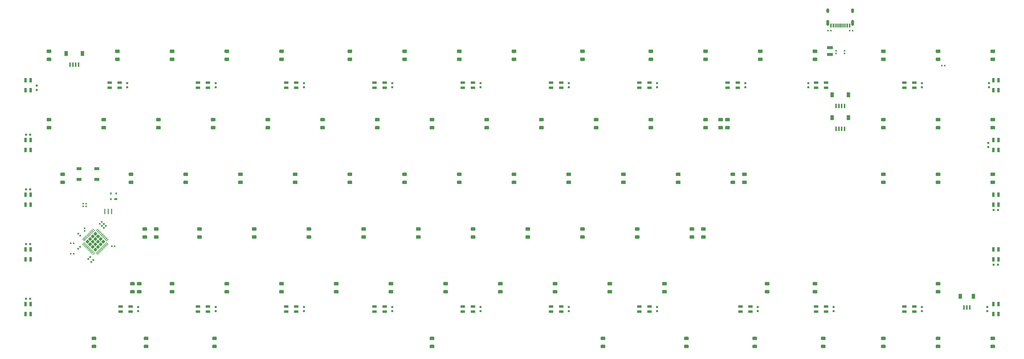
<source format=gbr>
%TF.GenerationSoftware,KiCad,Pcbnew,(5.1.12)-1*%
%TF.CreationDate,2022-12-08T05:34:39+07:00*%
%TF.ProjectId,Solder,536f6c64-6572-42e6-9b69-6361645f7063,rev?*%
%TF.SameCoordinates,Original*%
%TF.FileFunction,Paste,Bot*%
%TF.FilePolarity,Positive*%
%FSLAX46Y46*%
G04 Gerber Fmt 4.6, Leading zero omitted, Abs format (unit mm)*
G04 Created by KiCad (PCBNEW (5.1.12)-1) date 2022-12-08 05:34:39*
%MOMM*%
%LPD*%
G01*
G04 APERTURE LIST*
%ADD10R,0.600000X1.550000*%
%ADD11R,1.200000X1.800000*%
%ADD12R,1.800000X1.100000*%
%ADD13R,0.800000X0.750000*%
%ADD14R,0.750000X0.800000*%
%ADD15R,1.600000X0.850000*%
%ADD16R,0.850000X1.600000*%
%ADD17R,0.560000X0.620000*%
%ADD18R,0.620000X0.560000*%
%ADD19R,2.030000X1.140000*%
%ADD20R,0.600000X1.450000*%
%ADD21R,0.300000X1.450000*%
%ADD22O,1.000000X2.100000*%
%ADD23O,1.000000X1.600000*%
%ADD24R,1.000000X0.700000*%
%ADD25R,0.600000X0.700000*%
%ADD26C,0.100000*%
%ADD27R,0.400000X1.900000*%
G04 APERTURE END LIST*
D10*
%TO.C,J6*%
X359629297Y-122546662D03*
X358629297Y-122546662D03*
X357629297Y-122546662D03*
D11*
X356329297Y-118671662D03*
X360929297Y-118671662D03*
%TD*%
D12*
%TO.C,SW1*%
X55737337Y-74249612D03*
X49537337Y-77949612D03*
X55737337Y-77949612D03*
X49537337Y-74249612D03*
%TD*%
D11*
%TO.C,J5*%
X317374837Y-56487112D03*
X311774837Y-56487112D03*
D10*
X313074837Y-60362112D03*
X314074837Y-60362112D03*
X316074837Y-60362112D03*
X315074837Y-60362112D03*
%TD*%
D11*
%TO.C,J3*%
X317374837Y-48487112D03*
X311774837Y-48487112D03*
D10*
X313074837Y-52362112D03*
X314074837Y-52362112D03*
X316074837Y-52362112D03*
X315074837Y-52362112D03*
%TD*%
D13*
%TO.C,C38*%
X32551293Y-62407438D03*
X31051293Y-62407438D03*
%TD*%
%TO.C,C37*%
X31051293Y-119557582D03*
X32551293Y-119557582D03*
%TD*%
%TO.C,C36*%
X367999017Y-107651302D03*
X369499017Y-107651302D03*
%TD*%
D14*
%TO.C,C35*%
X366367761Y-44393332D03*
X366367761Y-45893332D03*
%TD*%
D13*
%TO.C,C34*%
X32551293Y-81457486D03*
X31051293Y-81457486D03*
%TD*%
D14*
%TO.C,C33*%
X34777863Y-45286303D03*
X34777863Y-46786303D03*
%TD*%
D13*
%TO.C,C32*%
X367999017Y-88601254D03*
X369499017Y-88601254D03*
%TD*%
%TO.C,C31*%
X31051293Y-100507534D03*
X32551293Y-100507534D03*
%TD*%
D14*
%TO.C,C30*%
X366070104Y-65229322D03*
X366070104Y-66729322D03*
%TD*%
%TO.C,C29*%
X365772447Y-123879466D03*
X365772447Y-122379466D03*
%TD*%
%TO.C,C9*%
X66329550Y-44393352D03*
X66329550Y-45893352D03*
%TD*%
%TO.C,C28*%
X97069550Y-122379355D03*
X97069550Y-123879355D03*
%TD*%
%TO.C,C27*%
X127809550Y-122379355D03*
X127809550Y-123879355D03*
%TD*%
%TO.C,C26*%
X189289550Y-122379355D03*
X189289550Y-123879355D03*
%TD*%
%TO.C,C25*%
X342989550Y-122379355D03*
X342989550Y-123879355D03*
%TD*%
%TO.C,C24*%
X70119550Y-122379355D03*
X70119550Y-123879355D03*
%TD*%
%TO.C,C23*%
X220029550Y-122379355D03*
X220029550Y-123879355D03*
%TD*%
%TO.C,C22*%
X312253867Y-122379355D03*
X312253867Y-123879355D03*
%TD*%
%TO.C,C21*%
X158549550Y-122379355D03*
X158549550Y-123879355D03*
%TD*%
%TO.C,C20*%
X285837869Y-122379355D03*
X285837869Y-123879355D03*
%TD*%
%TO.C,C19*%
X250769550Y-122379355D03*
X250769550Y-123879355D03*
%TD*%
%TO.C,C18*%
X342989550Y-44393352D03*
X342989550Y-45893352D03*
%TD*%
%TO.C,C17*%
X303479344Y-44393352D03*
X303479344Y-45893352D03*
%TD*%
%TO.C,C16*%
X189289550Y-44393352D03*
X189289550Y-45893352D03*
%TD*%
%TO.C,C15*%
X281509550Y-44393352D03*
X281509550Y-45893352D03*
%TD*%
%TO.C,C14*%
X220029550Y-44393352D03*
X220029550Y-45893352D03*
%TD*%
%TO.C,C13*%
X158549550Y-44393352D03*
X158549550Y-45893352D03*
%TD*%
%TO.C,C12*%
X250769550Y-44393352D03*
X250769550Y-45893352D03*
%TD*%
%TO.C,C11*%
X127809550Y-44393352D03*
X127809550Y-45893352D03*
%TD*%
%TO.C,C10*%
X97069550Y-44393352D03*
X97069550Y-45893352D03*
%TD*%
D15*
%TO.C,RGB5*%
X90935719Y-46018352D03*
X94435719Y-44268352D03*
X90935719Y-44268352D03*
X94435719Y-46018352D03*
%TD*%
%TO.C,RGB30*%
X67484237Y-122254355D03*
X63984237Y-124004355D03*
X67484237Y-124004355D03*
X63984237Y-122254355D03*
%TD*%
%TO.C,RGB29*%
X94433867Y-122254355D03*
X90933867Y-124004355D03*
X94433867Y-124004355D03*
X90933867Y-122254355D03*
%TD*%
%TO.C,RGB28*%
X125173867Y-122254355D03*
X121673867Y-124004355D03*
X125173867Y-124004355D03*
X121673867Y-122254355D03*
%TD*%
%TO.C,RGB27*%
X155913867Y-122254355D03*
X152413867Y-124004355D03*
X155913867Y-124004355D03*
X152413867Y-122254355D03*
%TD*%
%TO.C,RGB26*%
X186653867Y-122254355D03*
X183153867Y-124004355D03*
X186653867Y-124004355D03*
X183153867Y-122254355D03*
%TD*%
%TO.C,RGB25*%
X217393867Y-122254355D03*
X213893867Y-124004355D03*
X217393867Y-124004355D03*
X213893867Y-122254355D03*
%TD*%
%TO.C,RGB24*%
X248133867Y-122254355D03*
X244633867Y-124004355D03*
X248133867Y-124004355D03*
X244633867Y-122254355D03*
%TD*%
%TO.C,RGB23*%
X283285202Y-122254355D03*
X279785202Y-124004355D03*
X283285202Y-124004355D03*
X279785202Y-122254355D03*
%TD*%
%TO.C,RGB22*%
X309613867Y-122254355D03*
X306113867Y-124004355D03*
X309613867Y-124004355D03*
X306113867Y-122254355D03*
%TD*%
%TO.C,RGB21*%
X340353867Y-122254355D03*
X336853867Y-124004355D03*
X340353867Y-124004355D03*
X336853867Y-122254355D03*
%TD*%
D16*
%TO.C,RGB12*%
X367874017Y-121379355D03*
X369624017Y-124879355D03*
X369624017Y-121379355D03*
X367874017Y-124879355D03*
%TD*%
%TO.C,RGB9*%
X367874017Y-102329339D03*
X369624017Y-105829339D03*
X369624017Y-102329339D03*
X367874017Y-105829339D03*
%TD*%
%TO.C,RGB6*%
X367874017Y-83279370D03*
X369624017Y-86779370D03*
X369624017Y-83279370D03*
X367874017Y-86779370D03*
%TD*%
%TO.C,RGB3*%
X367874017Y-64229307D03*
X369624017Y-67729307D03*
X369624017Y-64229307D03*
X367874017Y-67729307D03*
%TD*%
%TO.C,RGB20*%
X369624017Y-46893332D03*
X367874017Y-43393332D03*
X367874017Y-46893332D03*
X369624017Y-43393332D03*
%TD*%
D15*
%TO.C,RGB19*%
X336854265Y-46018352D03*
X340354265Y-44268352D03*
X336854265Y-44268352D03*
X340354265Y-46018352D03*
%TD*%
%TO.C,RGB18*%
X306114447Y-46018352D03*
X309614447Y-44268352D03*
X306114447Y-44268352D03*
X309614447Y-46018352D03*
%TD*%
%TO.C,RGB17*%
X275374629Y-46018352D03*
X278874629Y-44268352D03*
X275374629Y-44268352D03*
X278874629Y-46018352D03*
%TD*%
%TO.C,RGB16*%
X244634810Y-46018352D03*
X248134810Y-44268352D03*
X244634810Y-44268352D03*
X248134810Y-46018352D03*
%TD*%
%TO.C,RGB15*%
X213894992Y-46018352D03*
X217394992Y-44268352D03*
X213894992Y-44268352D03*
X217394992Y-46018352D03*
%TD*%
%TO.C,RGB14*%
X183155174Y-46018352D03*
X186655174Y-44268352D03*
X183155174Y-44268352D03*
X186655174Y-46018352D03*
%TD*%
%TO.C,RGB11*%
X152415356Y-46018352D03*
X155915356Y-44268352D03*
X152415356Y-44268352D03*
X155915356Y-46018352D03*
%TD*%
%TO.C,RGB8*%
X121675538Y-46018352D03*
X125175538Y-44268352D03*
X121675538Y-44268352D03*
X125175538Y-46018352D03*
%TD*%
%TO.C,RGB2*%
X60195901Y-46018352D03*
X63695901Y-44268352D03*
X60195901Y-44268352D03*
X63695901Y-46018352D03*
%TD*%
D16*
%TO.C,RGB1*%
X32676293Y-124879355D03*
X30926293Y-121379355D03*
X30926293Y-124879355D03*
X32676293Y-121379355D03*
%TD*%
D17*
%TO.C,R5*%
X46664587Y-103829612D03*
X47624587Y-103829612D03*
%TD*%
D16*
%TO.C,RGB13*%
X32676293Y-46893352D03*
X30926293Y-43393352D03*
X30926293Y-46893352D03*
X32676293Y-43393352D03*
%TD*%
%TO.C,RGB10*%
X32676293Y-67729307D03*
X30926293Y-64229307D03*
X30926293Y-67729307D03*
X32676293Y-64229307D03*
%TD*%
%TO.C,RGB7*%
X32676293Y-86779323D03*
X30926293Y-83279323D03*
X30926293Y-86779323D03*
X32676293Y-83279323D03*
%TD*%
%TO.C,RGB4*%
X32676293Y-105829339D03*
X30926293Y-102329339D03*
X30926293Y-105829339D03*
X32676293Y-102329339D03*
%TD*%
D11*
%TO.C,J2*%
X50674837Y-34137112D03*
X45074837Y-34137112D03*
D10*
X46374837Y-38012112D03*
X47374837Y-38012112D03*
X49374837Y-38012112D03*
X48374837Y-38012112D03*
%TD*%
%TO.C,D86*%
G36*
G01*
X349190087Y-33937112D02*
X348070087Y-33937112D01*
G75*
G02*
X347830087Y-33697112I0J240000D01*
G01*
X347830087Y-32977112D01*
G75*
G02*
X348070087Y-32737112I240000J0D01*
G01*
X349190087Y-32737112D01*
G75*
G02*
X349430087Y-32977112I0J-240000D01*
G01*
X349430087Y-33697112D01*
G75*
G02*
X349190087Y-33937112I-240000J0D01*
G01*
G37*
G36*
G01*
X349190087Y-36737112D02*
X348070087Y-36737112D01*
G75*
G02*
X347830087Y-36497112I0J240000D01*
G01*
X347830087Y-35777112D01*
G75*
G02*
X348070087Y-35537112I240000J0D01*
G01*
X349190087Y-35537112D01*
G75*
G02*
X349430087Y-35777112I0J-240000D01*
G01*
X349430087Y-36497112D01*
G75*
G02*
X349190087Y-36737112I-240000J0D01*
G01*
G37*
%TD*%
%TO.C,D82*%
G36*
G01*
X330140087Y-33937112D02*
X329020087Y-33937112D01*
G75*
G02*
X328780087Y-33697112I0J240000D01*
G01*
X328780087Y-32977112D01*
G75*
G02*
X329020087Y-32737112I240000J0D01*
G01*
X330140087Y-32737112D01*
G75*
G02*
X330380087Y-32977112I0J-240000D01*
G01*
X330380087Y-33697112D01*
G75*
G02*
X330140087Y-33937112I-240000J0D01*
G01*
G37*
G36*
G01*
X330140087Y-36737112D02*
X329020087Y-36737112D01*
G75*
G02*
X328780087Y-36497112I0J240000D01*
G01*
X328780087Y-35777112D01*
G75*
G02*
X329020087Y-35537112I240000J0D01*
G01*
X330140087Y-35537112D01*
G75*
G02*
X330380087Y-35777112I0J-240000D01*
G01*
X330380087Y-36497112D01*
G75*
G02*
X330140087Y-36737112I-240000J0D01*
G01*
G37*
%TD*%
%TO.C,D91*%
G36*
G01*
X368240087Y-33937112D02*
X367120087Y-33937112D01*
G75*
G02*
X366880087Y-33697112I0J240000D01*
G01*
X366880087Y-32977112D01*
G75*
G02*
X367120087Y-32737112I240000J0D01*
G01*
X368240087Y-32737112D01*
G75*
G02*
X368480087Y-32977112I0J-240000D01*
G01*
X368480087Y-33697112D01*
G75*
G02*
X368240087Y-33937112I-240000J0D01*
G01*
G37*
G36*
G01*
X368240087Y-36737112D02*
X367120087Y-36737112D01*
G75*
G02*
X366880087Y-36497112I0J240000D01*
G01*
X366880087Y-35777112D01*
G75*
G02*
X367120087Y-35537112I240000J0D01*
G01*
X368240087Y-35537112D01*
G75*
G02*
X368480087Y-35777112I0J-240000D01*
G01*
X368480087Y-36497112D01*
G75*
G02*
X368240087Y-36737112I-240000J0D01*
G01*
G37*
%TD*%
D18*
%TO.C,R10*%
X316074837Y-33157112D03*
X316074837Y-34117112D03*
%TD*%
D19*
%TO.C,F1*%
X310949837Y-34449612D03*
X310949837Y-32049612D03*
%TD*%
%TO.C,D64*%
G36*
G01*
X268227587Y-33937112D02*
X267107587Y-33937112D01*
G75*
G02*
X266867587Y-33697112I0J240000D01*
G01*
X266867587Y-32977112D01*
G75*
G02*
X267107587Y-32737112I240000J0D01*
G01*
X268227587Y-32737112D01*
G75*
G02*
X268467587Y-32977112I0J-240000D01*
G01*
X268467587Y-33697112D01*
G75*
G02*
X268227587Y-33937112I-240000J0D01*
G01*
G37*
G36*
G01*
X268227587Y-36737112D02*
X267107587Y-36737112D01*
G75*
G02*
X266867587Y-36497112I0J240000D01*
G01*
X266867587Y-35777112D01*
G75*
G02*
X267107587Y-35537112I240000J0D01*
G01*
X268227587Y-35537112D01*
G75*
G02*
X268467587Y-35777112I0J-240000D01*
G01*
X268467587Y-36497112D01*
G75*
G02*
X268227587Y-36737112I-240000J0D01*
G01*
G37*
%TD*%
D18*
%TO.C,R9*%
X313074837Y-34117112D03*
X313074837Y-33157112D03*
%TD*%
D17*
%TO.C,R6*%
X311284837Y-26137112D03*
X310324837Y-26137112D03*
%TD*%
%TO.C,C8*%
X317864837Y-26137112D03*
X318824837Y-26137112D03*
%TD*%
%TO.C,R3*%
X350900587Y-38317112D03*
X349940587Y-38317112D03*
%TD*%
%TO.C,D22*%
G36*
G01*
X101540087Y-33937112D02*
X100420087Y-33937112D01*
G75*
G02*
X100180087Y-33697112I0J240000D01*
G01*
X100180087Y-32977112D01*
G75*
G02*
X100420087Y-32737112I240000J0D01*
G01*
X101540087Y-32737112D01*
G75*
G02*
X101780087Y-32977112I0J-240000D01*
G01*
X101780087Y-33697112D01*
G75*
G02*
X101540087Y-33937112I-240000J0D01*
G01*
G37*
G36*
G01*
X101540087Y-36737112D02*
X100420087Y-36737112D01*
G75*
G02*
X100180087Y-36497112I0J240000D01*
G01*
X100180087Y-35777112D01*
G75*
G02*
X100420087Y-35537112I240000J0D01*
G01*
X101540087Y-35537112D01*
G75*
G02*
X101780087Y-35777112I0J-240000D01*
G01*
X101780087Y-36497112D01*
G75*
G02*
X101540087Y-36737112I-240000J0D01*
G01*
G37*
%TD*%
%TO.C,D32*%
G36*
G01*
X144402587Y-33937112D02*
X143282587Y-33937112D01*
G75*
G02*
X143042587Y-33697112I0J240000D01*
G01*
X143042587Y-32977112D01*
G75*
G02*
X143282587Y-32737112I240000J0D01*
G01*
X144402587Y-32737112D01*
G75*
G02*
X144642587Y-32977112I0J-240000D01*
G01*
X144642587Y-33697112D01*
G75*
G02*
X144402587Y-33937112I-240000J0D01*
G01*
G37*
G36*
G01*
X144402587Y-36737112D02*
X143282587Y-36737112D01*
G75*
G02*
X143042587Y-36497112I0J240000D01*
G01*
X143042587Y-35777112D01*
G75*
G02*
X143282587Y-35537112I240000J0D01*
G01*
X144402587Y-35537112D01*
G75*
G02*
X144642587Y-35777112I0J-240000D01*
G01*
X144642587Y-36497112D01*
G75*
G02*
X144402587Y-36737112I-240000J0D01*
G01*
G37*
%TD*%
%TO.C,D76*%
G36*
G01*
X306327587Y-33937112D02*
X305207587Y-33937112D01*
G75*
G02*
X304967587Y-33697112I0J240000D01*
G01*
X304967587Y-32977112D01*
G75*
G02*
X305207587Y-32737112I240000J0D01*
G01*
X306327587Y-32737112D01*
G75*
G02*
X306567587Y-32977112I0J-240000D01*
G01*
X306567587Y-33697112D01*
G75*
G02*
X306327587Y-33937112I-240000J0D01*
G01*
G37*
G36*
G01*
X306327587Y-36737112D02*
X305207587Y-36737112D01*
G75*
G02*
X304967587Y-36497112I0J240000D01*
G01*
X304967587Y-35777112D01*
G75*
G02*
X305207587Y-35537112I240000J0D01*
G01*
X306327587Y-35537112D01*
G75*
G02*
X306567587Y-35777112I0J-240000D01*
G01*
X306567587Y-36497112D01*
G75*
G02*
X306327587Y-36737112I-240000J0D01*
G01*
G37*
%TD*%
%TO.C,D37*%
G36*
G01*
X163452587Y-33937112D02*
X162332587Y-33937112D01*
G75*
G02*
X162092587Y-33697112I0J240000D01*
G01*
X162092587Y-32977112D01*
G75*
G02*
X162332587Y-32737112I240000J0D01*
G01*
X163452587Y-32737112D01*
G75*
G02*
X163692587Y-32977112I0J-240000D01*
G01*
X163692587Y-33697112D01*
G75*
G02*
X163452587Y-33937112I-240000J0D01*
G01*
G37*
G36*
G01*
X163452587Y-36737112D02*
X162332587Y-36737112D01*
G75*
G02*
X162092587Y-36497112I0J240000D01*
G01*
X162092587Y-35777112D01*
G75*
G02*
X162332587Y-35537112I240000J0D01*
G01*
X163452587Y-35537112D01*
G75*
G02*
X163692587Y-35777112I0J-240000D01*
G01*
X163692587Y-36497112D01*
G75*
G02*
X163452587Y-36737112I-240000J0D01*
G01*
G37*
%TD*%
%TO.C,D70*%
G36*
G01*
X287277587Y-33937112D02*
X286157587Y-33937112D01*
G75*
G02*
X285917587Y-33697112I0J240000D01*
G01*
X285917587Y-32977112D01*
G75*
G02*
X286157587Y-32737112I240000J0D01*
G01*
X287277587Y-32737112D01*
G75*
G02*
X287517587Y-32977112I0J-240000D01*
G01*
X287517587Y-33697112D01*
G75*
G02*
X287277587Y-33937112I-240000J0D01*
G01*
G37*
G36*
G01*
X287277587Y-36737112D02*
X286157587Y-36737112D01*
G75*
G02*
X285917587Y-36497112I0J240000D01*
G01*
X285917587Y-35777112D01*
G75*
G02*
X286157587Y-35537112I240000J0D01*
G01*
X287277587Y-35537112D01*
G75*
G02*
X287517587Y-35777112I0J-240000D01*
G01*
X287517587Y-36497112D01*
G75*
G02*
X287277587Y-36737112I-240000J0D01*
G01*
G37*
%TD*%
%TO.C,D27*%
G36*
G01*
X120590087Y-33937112D02*
X119470087Y-33937112D01*
G75*
G02*
X119230087Y-33697112I0J240000D01*
G01*
X119230087Y-32977112D01*
G75*
G02*
X119470087Y-32737112I240000J0D01*
G01*
X120590087Y-32737112D01*
G75*
G02*
X120830087Y-32977112I0J-240000D01*
G01*
X120830087Y-33697112D01*
G75*
G02*
X120590087Y-33937112I-240000J0D01*
G01*
G37*
G36*
G01*
X120590087Y-36737112D02*
X119470087Y-36737112D01*
G75*
G02*
X119230087Y-36497112I0J240000D01*
G01*
X119230087Y-35777112D01*
G75*
G02*
X119470087Y-35537112I240000J0D01*
G01*
X120590087Y-35537112D01*
G75*
G02*
X120830087Y-35777112I0J-240000D01*
G01*
X120830087Y-36497112D01*
G75*
G02*
X120590087Y-36737112I-240000J0D01*
G01*
G37*
%TD*%
%TO.C,D53*%
G36*
G01*
X225365087Y-33937112D02*
X224245087Y-33937112D01*
G75*
G02*
X224005087Y-33697112I0J240000D01*
G01*
X224005087Y-32977112D01*
G75*
G02*
X224245087Y-32737112I240000J0D01*
G01*
X225365087Y-32737112D01*
G75*
G02*
X225605087Y-32977112I0J-240000D01*
G01*
X225605087Y-33697112D01*
G75*
G02*
X225365087Y-33937112I-240000J0D01*
G01*
G37*
G36*
G01*
X225365087Y-36737112D02*
X224245087Y-36737112D01*
G75*
G02*
X224005087Y-36497112I0J240000D01*
G01*
X224005087Y-35777112D01*
G75*
G02*
X224245087Y-35537112I240000J0D01*
G01*
X225365087Y-35537112D01*
G75*
G02*
X225605087Y-35777112I0J-240000D01*
G01*
X225605087Y-36497112D01*
G75*
G02*
X225365087Y-36737112I-240000J0D01*
G01*
G37*
%TD*%
%TO.C,D58*%
G36*
G01*
X249177587Y-33937112D02*
X248057587Y-33937112D01*
G75*
G02*
X247817587Y-33697112I0J240000D01*
G01*
X247817587Y-32977112D01*
G75*
G02*
X248057587Y-32737112I240000J0D01*
G01*
X249177587Y-32737112D01*
G75*
G02*
X249417587Y-32977112I0J-240000D01*
G01*
X249417587Y-33697112D01*
G75*
G02*
X249177587Y-33937112I-240000J0D01*
G01*
G37*
G36*
G01*
X249177587Y-36737112D02*
X248057587Y-36737112D01*
G75*
G02*
X247817587Y-36497112I0J240000D01*
G01*
X247817587Y-35777112D01*
G75*
G02*
X248057587Y-35537112I240000J0D01*
G01*
X249177587Y-35537112D01*
G75*
G02*
X249417587Y-35777112I0J-240000D01*
G01*
X249417587Y-36497112D01*
G75*
G02*
X249177587Y-36737112I-240000J0D01*
G01*
G37*
%TD*%
%TO.C,D43*%
G36*
G01*
X182502587Y-33937112D02*
X181382587Y-33937112D01*
G75*
G02*
X181142587Y-33697112I0J240000D01*
G01*
X181142587Y-32977112D01*
G75*
G02*
X181382587Y-32737112I240000J0D01*
G01*
X182502587Y-32737112D01*
G75*
G02*
X182742587Y-32977112I0J-240000D01*
G01*
X182742587Y-33697112D01*
G75*
G02*
X182502587Y-33937112I-240000J0D01*
G01*
G37*
G36*
G01*
X182502587Y-36737112D02*
X181382587Y-36737112D01*
G75*
G02*
X181142587Y-36497112I0J240000D01*
G01*
X181142587Y-35777112D01*
G75*
G02*
X181382587Y-35537112I240000J0D01*
G01*
X182502587Y-35537112D01*
G75*
G02*
X182742587Y-35777112I0J-240000D01*
G01*
X182742587Y-36497112D01*
G75*
G02*
X182502587Y-36737112I-240000J0D01*
G01*
G37*
%TD*%
%TO.C,D16*%
G36*
G01*
X82490087Y-33937112D02*
X81370087Y-33937112D01*
G75*
G02*
X81130087Y-33697112I0J240000D01*
G01*
X81130087Y-32977112D01*
G75*
G02*
X81370087Y-32737112I240000J0D01*
G01*
X82490087Y-32737112D01*
G75*
G02*
X82730087Y-32977112I0J-240000D01*
G01*
X82730087Y-33697112D01*
G75*
G02*
X82490087Y-33937112I-240000J0D01*
G01*
G37*
G36*
G01*
X82490087Y-36737112D02*
X81370087Y-36737112D01*
G75*
G02*
X81130087Y-36497112I0J240000D01*
G01*
X81130087Y-35777112D01*
G75*
G02*
X81370087Y-35537112I240000J0D01*
G01*
X82490087Y-35537112D01*
G75*
G02*
X82730087Y-35777112I0J-240000D01*
G01*
X82730087Y-36497112D01*
G75*
G02*
X82490087Y-36737112I-240000J0D01*
G01*
G37*
%TD*%
%TO.C,D48*%
G36*
G01*
X201552587Y-33937112D02*
X200432587Y-33937112D01*
G75*
G02*
X200192587Y-33697112I0J240000D01*
G01*
X200192587Y-32977112D01*
G75*
G02*
X200432587Y-32737112I240000J0D01*
G01*
X201552587Y-32737112D01*
G75*
G02*
X201792587Y-32977112I0J-240000D01*
G01*
X201792587Y-33697112D01*
G75*
G02*
X201552587Y-33937112I-240000J0D01*
G01*
G37*
G36*
G01*
X201552587Y-36737112D02*
X200432587Y-36737112D01*
G75*
G02*
X200192587Y-36497112I0J240000D01*
G01*
X200192587Y-35777112D01*
G75*
G02*
X200432587Y-35537112I240000J0D01*
G01*
X201552587Y-35537112D01*
G75*
G02*
X201792587Y-35777112I0J-240000D01*
G01*
X201792587Y-36497112D01*
G75*
G02*
X201552587Y-36737112I-240000J0D01*
G01*
G37*
%TD*%
%TO.C,D4*%
G36*
G01*
X39627587Y-33937112D02*
X38507587Y-33937112D01*
G75*
G02*
X38267587Y-33697112I0J240000D01*
G01*
X38267587Y-32977112D01*
G75*
G02*
X38507587Y-32737112I240000J0D01*
G01*
X39627587Y-32737112D01*
G75*
G02*
X39867587Y-32977112I0J-240000D01*
G01*
X39867587Y-33697112D01*
G75*
G02*
X39627587Y-33937112I-240000J0D01*
G01*
G37*
G36*
G01*
X39627587Y-36737112D02*
X38507587Y-36737112D01*
G75*
G02*
X38267587Y-36497112I0J240000D01*
G01*
X38267587Y-35777112D01*
G75*
G02*
X38507587Y-35537112I240000J0D01*
G01*
X39627587Y-35537112D01*
G75*
G02*
X39867587Y-35777112I0J-240000D01*
G01*
X39867587Y-36497112D01*
G75*
G02*
X39627587Y-36737112I-240000J0D01*
G01*
G37*
%TD*%
%TO.C,D10*%
G36*
G01*
X63440087Y-33937112D02*
X62320087Y-33937112D01*
G75*
G02*
X62080087Y-33697112I0J240000D01*
G01*
X62080087Y-32977112D01*
G75*
G02*
X62320087Y-32737112I240000J0D01*
G01*
X63440087Y-32737112D01*
G75*
G02*
X63680087Y-32977112I0J-240000D01*
G01*
X63680087Y-33697112D01*
G75*
G02*
X63440087Y-33937112I-240000J0D01*
G01*
G37*
G36*
G01*
X63440087Y-36737112D02*
X62320087Y-36737112D01*
G75*
G02*
X62080087Y-36497112I0J240000D01*
G01*
X62080087Y-35777112D01*
G75*
G02*
X62320087Y-35537112I240000J0D01*
G01*
X63440087Y-35537112D01*
G75*
G02*
X63680087Y-35777112I0J-240000D01*
G01*
X63680087Y-36497112D01*
G75*
G02*
X63440087Y-36737112I-240000J0D01*
G01*
G37*
%TD*%
D20*
%TO.C,USB2*%
X317799837Y-24332112D03*
X311349837Y-24332112D03*
X317024837Y-24332112D03*
X312124837Y-24332112D03*
D21*
X312824837Y-24332112D03*
X316324837Y-24332112D03*
X313324837Y-24332112D03*
X315824837Y-24332112D03*
X313824837Y-24332112D03*
X315324837Y-24332112D03*
X314824837Y-24332112D03*
X314324837Y-24332112D03*
D22*
X310254837Y-23417112D03*
X318894837Y-23417112D03*
D23*
X310254837Y-19237112D03*
X318894837Y-19237112D03*
%TD*%
%TO.C,D84*%
G36*
G01*
X330140087Y-76799612D02*
X329020087Y-76799612D01*
G75*
G02*
X328780087Y-76559612I0J240000D01*
G01*
X328780087Y-75839612D01*
G75*
G02*
X329020087Y-75599612I240000J0D01*
G01*
X330140087Y-75599612D01*
G75*
G02*
X330380087Y-75839612I0J-240000D01*
G01*
X330380087Y-76559612D01*
G75*
G02*
X330140087Y-76799612I-240000J0D01*
G01*
G37*
G36*
G01*
X330140087Y-79599612D02*
X329020087Y-79599612D01*
G75*
G02*
X328780087Y-79359612I0J240000D01*
G01*
X328780087Y-78639612D01*
G75*
G02*
X329020087Y-78399612I240000J0D01*
G01*
X330140087Y-78399612D01*
G75*
G02*
X330380087Y-78639612I0J-240000D01*
G01*
X330380087Y-79359612D01*
G75*
G02*
X330140087Y-79599612I-240000J0D01*
G01*
G37*
%TD*%
%TO.C,D93*%
G36*
G01*
X368240087Y-76799612D02*
X367120087Y-76799612D01*
G75*
G02*
X366880087Y-76559612I0J240000D01*
G01*
X366880087Y-75839612D01*
G75*
G02*
X367120087Y-75599612I240000J0D01*
G01*
X368240087Y-75599612D01*
G75*
G02*
X368480087Y-75839612I0J-240000D01*
G01*
X368480087Y-76559612D01*
G75*
G02*
X368240087Y-76799612I-240000J0D01*
G01*
G37*
G36*
G01*
X368240087Y-79599612D02*
X367120087Y-79599612D01*
G75*
G02*
X366880087Y-79359612I0J240000D01*
G01*
X366880087Y-78639612D01*
G75*
G02*
X367120087Y-78399612I240000J0D01*
G01*
X368240087Y-78399612D01*
G75*
G02*
X368480087Y-78639612I0J-240000D01*
G01*
X368480087Y-79359612D01*
G75*
G02*
X368240087Y-79599612I-240000J0D01*
G01*
G37*
%TD*%
%TO.C,D94*%
G36*
G01*
X368240087Y-133949612D02*
X367120087Y-133949612D01*
G75*
G02*
X366880087Y-133709612I0J240000D01*
G01*
X366880087Y-132989612D01*
G75*
G02*
X367120087Y-132749612I240000J0D01*
G01*
X368240087Y-132749612D01*
G75*
G02*
X368480087Y-132989612I0J-240000D01*
G01*
X368480087Y-133709612D01*
G75*
G02*
X368240087Y-133949612I-240000J0D01*
G01*
G37*
G36*
G01*
X368240087Y-136749612D02*
X367120087Y-136749612D01*
G75*
G02*
X366880087Y-136509612I0J240000D01*
G01*
X366880087Y-135789612D01*
G75*
G02*
X367120087Y-135549612I240000J0D01*
G01*
X368240087Y-135549612D01*
G75*
G02*
X368480087Y-135789612I0J-240000D01*
G01*
X368480087Y-136509612D01*
G75*
G02*
X368240087Y-136749612I-240000J0D01*
G01*
G37*
%TD*%
%TO.C,D89*%
G36*
G01*
X349190087Y-114899612D02*
X348070087Y-114899612D01*
G75*
G02*
X347830087Y-114659612I0J240000D01*
G01*
X347830087Y-113939612D01*
G75*
G02*
X348070087Y-113699612I240000J0D01*
G01*
X349190087Y-113699612D01*
G75*
G02*
X349430087Y-113939612I0J-240000D01*
G01*
X349430087Y-114659612D01*
G75*
G02*
X349190087Y-114899612I-240000J0D01*
G01*
G37*
G36*
G01*
X349190087Y-117699612D02*
X348070087Y-117699612D01*
G75*
G02*
X347830087Y-117459612I0J240000D01*
G01*
X347830087Y-116739612D01*
G75*
G02*
X348070087Y-116499612I240000J0D01*
G01*
X349190087Y-116499612D01*
G75*
G02*
X349430087Y-116739612I0J-240000D01*
G01*
X349430087Y-117459612D01*
G75*
G02*
X349190087Y-117699612I-240000J0D01*
G01*
G37*
%TD*%
%TO.C,D88*%
G36*
G01*
X349190087Y-76799612D02*
X348070087Y-76799612D01*
G75*
G02*
X347830087Y-76559612I0J240000D01*
G01*
X347830087Y-75839612D01*
G75*
G02*
X348070087Y-75599612I240000J0D01*
G01*
X349190087Y-75599612D01*
G75*
G02*
X349430087Y-75839612I0J-240000D01*
G01*
X349430087Y-76559612D01*
G75*
G02*
X349190087Y-76799612I-240000J0D01*
G01*
G37*
G36*
G01*
X349190087Y-79599612D02*
X348070087Y-79599612D01*
G75*
G02*
X347830087Y-79359612I0J240000D01*
G01*
X347830087Y-78639612D01*
G75*
G02*
X348070087Y-78399612I240000J0D01*
G01*
X349190087Y-78399612D01*
G75*
G02*
X349430087Y-78639612I0J-240000D01*
G01*
X349430087Y-79359612D01*
G75*
G02*
X349190087Y-79599612I-240000J0D01*
G01*
G37*
%TD*%
%TO.C,D85*%
G36*
G01*
X330140087Y-133949612D02*
X329020087Y-133949612D01*
G75*
G02*
X328780087Y-133709612I0J240000D01*
G01*
X328780087Y-132989612D01*
G75*
G02*
X329020087Y-132749612I240000J0D01*
G01*
X330140087Y-132749612D01*
G75*
G02*
X330380087Y-132989612I0J-240000D01*
G01*
X330380087Y-133709612D01*
G75*
G02*
X330140087Y-133949612I-240000J0D01*
G01*
G37*
G36*
G01*
X330140087Y-136749612D02*
X329020087Y-136749612D01*
G75*
G02*
X328780087Y-136509612I0J240000D01*
G01*
X328780087Y-135789612D01*
G75*
G02*
X329020087Y-135549612I240000J0D01*
G01*
X330140087Y-135549612D01*
G75*
G02*
X330380087Y-135789612I0J-240000D01*
G01*
X330380087Y-136509612D01*
G75*
G02*
X330140087Y-136749612I-240000J0D01*
G01*
G37*
%TD*%
%TO.C,D90*%
G36*
G01*
X349190087Y-133949612D02*
X348070087Y-133949612D01*
G75*
G02*
X347830087Y-133709612I0J240000D01*
G01*
X347830087Y-132989612D01*
G75*
G02*
X348070087Y-132749612I240000J0D01*
G01*
X349190087Y-132749612D01*
G75*
G02*
X349430087Y-132989612I0J-240000D01*
G01*
X349430087Y-133709612D01*
G75*
G02*
X349190087Y-133949612I-240000J0D01*
G01*
G37*
G36*
G01*
X349190087Y-136749612D02*
X348070087Y-136749612D01*
G75*
G02*
X347830087Y-136509612I0J240000D01*
G01*
X347830087Y-135789612D01*
G75*
G02*
X348070087Y-135549612I240000J0D01*
G01*
X349190087Y-135549612D01*
G75*
G02*
X349430087Y-135789612I0J-240000D01*
G01*
X349430087Y-136509612D01*
G75*
G02*
X349190087Y-136749612I-240000J0D01*
G01*
G37*
%TD*%
%TO.C,D92*%
G36*
G01*
X368240087Y-57749612D02*
X367120087Y-57749612D01*
G75*
G02*
X366880087Y-57509612I0J240000D01*
G01*
X366880087Y-56789612D01*
G75*
G02*
X367120087Y-56549612I240000J0D01*
G01*
X368240087Y-56549612D01*
G75*
G02*
X368480087Y-56789612I0J-240000D01*
G01*
X368480087Y-57509612D01*
G75*
G02*
X368240087Y-57749612I-240000J0D01*
G01*
G37*
G36*
G01*
X368240087Y-60549612D02*
X367120087Y-60549612D01*
G75*
G02*
X366880087Y-60309612I0J240000D01*
G01*
X366880087Y-59589612D01*
G75*
G02*
X367120087Y-59349612I240000J0D01*
G01*
X368240087Y-59349612D01*
G75*
G02*
X368480087Y-59589612I0J-240000D01*
G01*
X368480087Y-60309612D01*
G75*
G02*
X368240087Y-60549612I-240000J0D01*
G01*
G37*
%TD*%
%TO.C,D87*%
G36*
G01*
X349190087Y-57749612D02*
X348070087Y-57749612D01*
G75*
G02*
X347830087Y-57509612I0J240000D01*
G01*
X347830087Y-56789612D01*
G75*
G02*
X348070087Y-56549612I240000J0D01*
G01*
X349190087Y-56549612D01*
G75*
G02*
X349430087Y-56789612I0J-240000D01*
G01*
X349430087Y-57509612D01*
G75*
G02*
X349190087Y-57749612I-240000J0D01*
G01*
G37*
G36*
G01*
X349190087Y-60549612D02*
X348070087Y-60549612D01*
G75*
G02*
X347830087Y-60309612I0J240000D01*
G01*
X347830087Y-59589612D01*
G75*
G02*
X348070087Y-59349612I240000J0D01*
G01*
X349190087Y-59349612D01*
G75*
G02*
X349430087Y-59589612I0J-240000D01*
G01*
X349430087Y-60309612D01*
G75*
G02*
X349190087Y-60549612I-240000J0D01*
G01*
G37*
%TD*%
%TO.C,D83*%
G36*
G01*
X330140087Y-57749612D02*
X329020087Y-57749612D01*
G75*
G02*
X328780087Y-57509612I0J240000D01*
G01*
X328780087Y-56789612D01*
G75*
G02*
X329020087Y-56549612I240000J0D01*
G01*
X330140087Y-56549612D01*
G75*
G02*
X330380087Y-56789612I0J-240000D01*
G01*
X330380087Y-57509612D01*
G75*
G02*
X330140087Y-57749612I-240000J0D01*
G01*
G37*
G36*
G01*
X330140087Y-60549612D02*
X329020087Y-60549612D01*
G75*
G02*
X328780087Y-60309612I0J240000D01*
G01*
X328780087Y-59589612D01*
G75*
G02*
X329020087Y-59349612I240000J0D01*
G01*
X330140087Y-59349612D01*
G75*
G02*
X330380087Y-59589612I0J-240000D01*
G01*
X330380087Y-60309612D01*
G75*
G02*
X330140087Y-60549612I-240000J0D01*
G01*
G37*
%TD*%
D17*
%TO.C,R2*%
X47624587Y-100229612D03*
X46664587Y-100229612D03*
%TD*%
D24*
%TO.C,U2*%
X62299837Y-84849612D03*
D25*
X62499837Y-82849612D03*
X60599837Y-84849612D03*
X60599837Y-82849612D03*
%TD*%
%TO.C,D81*%
G36*
G01*
X309181767Y-133949612D02*
X308061767Y-133949612D01*
G75*
G02*
X307821767Y-133709612I0J240000D01*
G01*
X307821767Y-132989612D01*
G75*
G02*
X308061767Y-132749612I240000J0D01*
G01*
X309181767Y-132749612D01*
G75*
G02*
X309421767Y-132989612I0J-240000D01*
G01*
X309421767Y-133709612D01*
G75*
G02*
X309181767Y-133949612I-240000J0D01*
G01*
G37*
G36*
G01*
X309181767Y-136749612D02*
X308061767Y-136749612D01*
G75*
G02*
X307821767Y-136509612I0J240000D01*
G01*
X307821767Y-135789612D01*
G75*
G02*
X308061767Y-135549612I240000J0D01*
G01*
X309181767Y-135549612D01*
G75*
G02*
X309421767Y-135789612I0J-240000D01*
G01*
X309421767Y-136509612D01*
G75*
G02*
X309181767Y-136749612I-240000J0D01*
G01*
G37*
%TD*%
%TO.C,D80*%
G36*
G01*
X306327587Y-114899612D02*
X305207587Y-114899612D01*
G75*
G02*
X304967587Y-114659612I0J240000D01*
G01*
X304967587Y-113939612D01*
G75*
G02*
X305207587Y-113699612I240000J0D01*
G01*
X306327587Y-113699612D01*
G75*
G02*
X306567587Y-113939612I0J-240000D01*
G01*
X306567587Y-114659612D01*
G75*
G02*
X306327587Y-114899612I-240000J0D01*
G01*
G37*
G36*
G01*
X306327587Y-117699612D02*
X305207587Y-117699612D01*
G75*
G02*
X304967587Y-117459612I0J240000D01*
G01*
X304967587Y-116739612D01*
G75*
G02*
X305207587Y-116499612I240000J0D01*
G01*
X306327587Y-116499612D01*
G75*
G02*
X306567587Y-116739612I0J-240000D01*
G01*
X306567587Y-117459612D01*
G75*
G02*
X306327587Y-117699612I-240000J0D01*
G01*
G37*
%TD*%
%TO.C,D75*%
G36*
G01*
X285369267Y-133949612D02*
X284249267Y-133949612D01*
G75*
G02*
X284009267Y-133709612I0J240000D01*
G01*
X284009267Y-132989612D01*
G75*
G02*
X284249267Y-132749612I240000J0D01*
G01*
X285369267Y-132749612D01*
G75*
G02*
X285609267Y-132989612I0J-240000D01*
G01*
X285609267Y-133709612D01*
G75*
G02*
X285369267Y-133949612I-240000J0D01*
G01*
G37*
G36*
G01*
X285369267Y-136749612D02*
X284249267Y-136749612D01*
G75*
G02*
X284009267Y-136509612I0J240000D01*
G01*
X284009267Y-135789612D01*
G75*
G02*
X284249267Y-135549612I240000J0D01*
G01*
X285369267Y-135549612D01*
G75*
G02*
X285609267Y-135789612I0J-240000D01*
G01*
X285609267Y-136509612D01*
G75*
G02*
X285369267Y-136749612I-240000J0D01*
G01*
G37*
%TD*%
%TO.C,D74*%
G36*
G01*
X289658837Y-114899612D02*
X288538837Y-114899612D01*
G75*
G02*
X288298837Y-114659612I0J240000D01*
G01*
X288298837Y-113939612D01*
G75*
G02*
X288538837Y-113699612I240000J0D01*
G01*
X289658837Y-113699612D01*
G75*
G02*
X289898837Y-113939612I0J-240000D01*
G01*
X289898837Y-114659612D01*
G75*
G02*
X289658837Y-114899612I-240000J0D01*
G01*
G37*
G36*
G01*
X289658837Y-117699612D02*
X288538837Y-117699612D01*
G75*
G02*
X288298837Y-117459612I0J240000D01*
G01*
X288298837Y-116739612D01*
G75*
G02*
X288538837Y-116499612I240000J0D01*
G01*
X289658837Y-116499612D01*
G75*
G02*
X289898837Y-116739612I0J-240000D01*
G01*
X289898837Y-117459612D01*
G75*
G02*
X289658837Y-117699612I-240000J0D01*
G01*
G37*
%TD*%
%TO.C,D73*%
G36*
G01*
X267465087Y-95849612D02*
X266345087Y-95849612D01*
G75*
G02*
X266105087Y-95609612I0J240000D01*
G01*
X266105087Y-94889612D01*
G75*
G02*
X266345087Y-94649612I240000J0D01*
G01*
X267465087Y-94649612D01*
G75*
G02*
X267705087Y-94889612I0J-240000D01*
G01*
X267705087Y-95609612D01*
G75*
G02*
X267465087Y-95849612I-240000J0D01*
G01*
G37*
G36*
G01*
X267465087Y-98649612D02*
X266345087Y-98649612D01*
G75*
G02*
X266105087Y-98409612I0J240000D01*
G01*
X266105087Y-97689612D01*
G75*
G02*
X266345087Y-97449612I240000J0D01*
G01*
X267465087Y-97449612D01*
G75*
G02*
X267705087Y-97689612I0J-240000D01*
G01*
X267705087Y-98409612D01*
G75*
G02*
X267465087Y-98649612I-240000J0D01*
G01*
G37*
%TD*%
%TO.C,D69*%
G36*
G01*
X261556767Y-133949612D02*
X260436767Y-133949612D01*
G75*
G02*
X260196767Y-133709612I0J240000D01*
G01*
X260196767Y-132989612D01*
G75*
G02*
X260436767Y-132749612I240000J0D01*
G01*
X261556767Y-132749612D01*
G75*
G02*
X261796767Y-132989612I0J-240000D01*
G01*
X261796767Y-133709612D01*
G75*
G02*
X261556767Y-133949612I-240000J0D01*
G01*
G37*
G36*
G01*
X261556767Y-136749612D02*
X260436767Y-136749612D01*
G75*
G02*
X260196767Y-136509612I0J240000D01*
G01*
X260196767Y-135789612D01*
G75*
G02*
X260436767Y-135549612I240000J0D01*
G01*
X261556767Y-135549612D01*
G75*
G02*
X261796767Y-135789612I0J-240000D01*
G01*
X261796767Y-136509612D01*
G75*
G02*
X261556767Y-136749612I-240000J0D01*
G01*
G37*
%TD*%
%TO.C,D67*%
G36*
G01*
X263465087Y-95849612D02*
X262345087Y-95849612D01*
G75*
G02*
X262105087Y-95609612I0J240000D01*
G01*
X262105087Y-94889612D01*
G75*
G02*
X262345087Y-94649612I240000J0D01*
G01*
X263465087Y-94649612D01*
G75*
G02*
X263705087Y-94889612I0J-240000D01*
G01*
X263705087Y-95609612D01*
G75*
G02*
X263465087Y-95849612I-240000J0D01*
G01*
G37*
G36*
G01*
X263465087Y-98649612D02*
X262345087Y-98649612D01*
G75*
G02*
X262105087Y-98409612I0J240000D01*
G01*
X262105087Y-97689612D01*
G75*
G02*
X262345087Y-97449612I240000J0D01*
G01*
X263465087Y-97449612D01*
G75*
G02*
X263705087Y-97689612I0J-240000D01*
G01*
X263705087Y-98409612D01*
G75*
G02*
X263465087Y-98649612I-240000J0D01*
G01*
G37*
%TD*%
%TO.C,D63*%
G36*
G01*
X232508837Y-133949612D02*
X231388837Y-133949612D01*
G75*
G02*
X231148837Y-133709612I0J240000D01*
G01*
X231148837Y-132989612D01*
G75*
G02*
X231388837Y-132749612I240000J0D01*
G01*
X232508837Y-132749612D01*
G75*
G02*
X232748837Y-132989612I0J-240000D01*
G01*
X232748837Y-133709612D01*
G75*
G02*
X232508837Y-133949612I-240000J0D01*
G01*
G37*
G36*
G01*
X232508837Y-136749612D02*
X231388837Y-136749612D01*
G75*
G02*
X231148837Y-136509612I0J240000D01*
G01*
X231148837Y-135789612D01*
G75*
G02*
X231388837Y-135549612I240000J0D01*
G01*
X232508837Y-135549612D01*
G75*
G02*
X232748837Y-135789612I0J-240000D01*
G01*
X232748837Y-136509612D01*
G75*
G02*
X232508837Y-136749612I-240000J0D01*
G01*
G37*
%TD*%
%TO.C,D68*%
G36*
G01*
X253940087Y-114899612D02*
X252820087Y-114899612D01*
G75*
G02*
X252580087Y-114659612I0J240000D01*
G01*
X252580087Y-113939612D01*
G75*
G02*
X252820087Y-113699612I240000J0D01*
G01*
X253940087Y-113699612D01*
G75*
G02*
X254180087Y-113939612I0J-240000D01*
G01*
X254180087Y-114659612D01*
G75*
G02*
X253940087Y-114899612I-240000J0D01*
G01*
G37*
G36*
G01*
X253940087Y-117699612D02*
X252820087Y-117699612D01*
G75*
G02*
X252580087Y-117459612I0J240000D01*
G01*
X252580087Y-116739612D01*
G75*
G02*
X252820087Y-116499612I240000J0D01*
G01*
X253940087Y-116499612D01*
G75*
G02*
X254180087Y-116739612I0J-240000D01*
G01*
X254180087Y-117459612D01*
G75*
G02*
X253940087Y-117699612I-240000J0D01*
G01*
G37*
%TD*%
%TO.C,D62*%
G36*
G01*
X234890087Y-114899612D02*
X233770087Y-114899612D01*
G75*
G02*
X233530087Y-114659612I0J240000D01*
G01*
X233530087Y-113939612D01*
G75*
G02*
X233770087Y-113699612I240000J0D01*
G01*
X234890087Y-113699612D01*
G75*
G02*
X235130087Y-113939612I0J-240000D01*
G01*
X235130087Y-114659612D01*
G75*
G02*
X234890087Y-114899612I-240000J0D01*
G01*
G37*
G36*
G01*
X234890087Y-117699612D02*
X233770087Y-117699612D01*
G75*
G02*
X233530087Y-117459612I0J240000D01*
G01*
X233530087Y-116739612D01*
G75*
G02*
X233770087Y-116499612I240000J0D01*
G01*
X234890087Y-116499612D01*
G75*
G02*
X235130087Y-116739612I0J-240000D01*
G01*
X235130087Y-117459612D01*
G75*
G02*
X234890087Y-117699612I-240000J0D01*
G01*
G37*
%TD*%
%TO.C,D57*%
G36*
G01*
X215840087Y-114899612D02*
X214720087Y-114899612D01*
G75*
G02*
X214480087Y-114659612I0J240000D01*
G01*
X214480087Y-113939612D01*
G75*
G02*
X214720087Y-113699612I240000J0D01*
G01*
X215840087Y-113699612D01*
G75*
G02*
X216080087Y-113939612I0J-240000D01*
G01*
X216080087Y-114659612D01*
G75*
G02*
X215840087Y-114899612I-240000J0D01*
G01*
G37*
G36*
G01*
X215840087Y-117699612D02*
X214720087Y-117699612D01*
G75*
G02*
X214480087Y-117459612I0J240000D01*
G01*
X214480087Y-116739612D01*
G75*
G02*
X214720087Y-116499612I240000J0D01*
G01*
X215840087Y-116499612D01*
G75*
G02*
X216080087Y-116739612I0J-240000D01*
G01*
X216080087Y-117459612D01*
G75*
G02*
X215840087Y-117699612I-240000J0D01*
G01*
G37*
%TD*%
%TO.C,D52*%
G36*
G01*
X196790087Y-114899612D02*
X195670087Y-114899612D01*
G75*
G02*
X195430087Y-114659612I0J240000D01*
G01*
X195430087Y-113939612D01*
G75*
G02*
X195670087Y-113699612I240000J0D01*
G01*
X196790087Y-113699612D01*
G75*
G02*
X197030087Y-113939612I0J-240000D01*
G01*
X197030087Y-114659612D01*
G75*
G02*
X196790087Y-114899612I-240000J0D01*
G01*
G37*
G36*
G01*
X196790087Y-117699612D02*
X195670087Y-117699612D01*
G75*
G02*
X195430087Y-117459612I0J240000D01*
G01*
X195430087Y-116739612D01*
G75*
G02*
X195670087Y-116499612I240000J0D01*
G01*
X196790087Y-116499612D01*
G75*
G02*
X197030087Y-116739612I0J-240000D01*
G01*
X197030087Y-117459612D01*
G75*
G02*
X196790087Y-117699612I-240000J0D01*
G01*
G37*
%TD*%
%TO.C,D47*%
G36*
G01*
X177740087Y-114899612D02*
X176620087Y-114899612D01*
G75*
G02*
X176380087Y-114659612I0J240000D01*
G01*
X176380087Y-113939612D01*
G75*
G02*
X176620087Y-113699612I240000J0D01*
G01*
X177740087Y-113699612D01*
G75*
G02*
X177980087Y-113939612I0J-240000D01*
G01*
X177980087Y-114659612D01*
G75*
G02*
X177740087Y-114899612I-240000J0D01*
G01*
G37*
G36*
G01*
X177740087Y-117699612D02*
X176620087Y-117699612D01*
G75*
G02*
X176380087Y-117459612I0J240000D01*
G01*
X176380087Y-116739612D01*
G75*
G02*
X176620087Y-116499612I240000J0D01*
G01*
X177740087Y-116499612D01*
G75*
G02*
X177980087Y-116739612I0J-240000D01*
G01*
X177980087Y-117459612D01*
G75*
G02*
X177740087Y-117699612I-240000J0D01*
G01*
G37*
%TD*%
%TO.C,D42*%
G36*
G01*
X172977587Y-133949612D02*
X171857587Y-133949612D01*
G75*
G02*
X171617587Y-133709612I0J240000D01*
G01*
X171617587Y-132989612D01*
G75*
G02*
X171857587Y-132749612I240000J0D01*
G01*
X172977587Y-132749612D01*
G75*
G02*
X173217587Y-132989612I0J-240000D01*
G01*
X173217587Y-133709612D01*
G75*
G02*
X172977587Y-133949612I-240000J0D01*
G01*
G37*
G36*
G01*
X172977587Y-136749612D02*
X171857587Y-136749612D01*
G75*
G02*
X171617587Y-136509612I0J240000D01*
G01*
X171617587Y-135789612D01*
G75*
G02*
X171857587Y-135549612I240000J0D01*
G01*
X172977587Y-135549612D01*
G75*
G02*
X173217587Y-135789612I0J-240000D01*
G01*
X173217587Y-136509612D01*
G75*
G02*
X172977587Y-136749612I-240000J0D01*
G01*
G37*
%TD*%
%TO.C,D41*%
G36*
G01*
X158690087Y-114899612D02*
X157570087Y-114899612D01*
G75*
G02*
X157330087Y-114659612I0J240000D01*
G01*
X157330087Y-113939612D01*
G75*
G02*
X157570087Y-113699612I240000J0D01*
G01*
X158690087Y-113699612D01*
G75*
G02*
X158930087Y-113939612I0J-240000D01*
G01*
X158930087Y-114659612D01*
G75*
G02*
X158690087Y-114899612I-240000J0D01*
G01*
G37*
G36*
G01*
X158690087Y-117699612D02*
X157570087Y-117699612D01*
G75*
G02*
X157330087Y-117459612I0J240000D01*
G01*
X157330087Y-116739612D01*
G75*
G02*
X157570087Y-116499612I240000J0D01*
G01*
X158690087Y-116499612D01*
G75*
G02*
X158930087Y-116739612I0J-240000D01*
G01*
X158930087Y-117459612D01*
G75*
G02*
X158690087Y-117699612I-240000J0D01*
G01*
G37*
%TD*%
%TO.C,D36*%
G36*
G01*
X139640087Y-114899612D02*
X138520087Y-114899612D01*
G75*
G02*
X138280087Y-114659612I0J240000D01*
G01*
X138280087Y-113939612D01*
G75*
G02*
X138520087Y-113699612I240000J0D01*
G01*
X139640087Y-113699612D01*
G75*
G02*
X139880087Y-113939612I0J-240000D01*
G01*
X139880087Y-114659612D01*
G75*
G02*
X139640087Y-114899612I-240000J0D01*
G01*
G37*
G36*
G01*
X139640087Y-117699612D02*
X138520087Y-117699612D01*
G75*
G02*
X138280087Y-117459612I0J240000D01*
G01*
X138280087Y-116739612D01*
G75*
G02*
X138520087Y-116499612I240000J0D01*
G01*
X139640087Y-116499612D01*
G75*
G02*
X139880087Y-116739612I0J-240000D01*
G01*
X139880087Y-117459612D01*
G75*
G02*
X139640087Y-117699612I-240000J0D01*
G01*
G37*
%TD*%
%TO.C,D31*%
G36*
G01*
X120590087Y-114899612D02*
X119470087Y-114899612D01*
G75*
G02*
X119230087Y-114659612I0J240000D01*
G01*
X119230087Y-113939612D01*
G75*
G02*
X119470087Y-113699612I240000J0D01*
G01*
X120590087Y-113699612D01*
G75*
G02*
X120830087Y-113939612I0J-240000D01*
G01*
X120830087Y-114659612D01*
G75*
G02*
X120590087Y-114899612I-240000J0D01*
G01*
G37*
G36*
G01*
X120590087Y-117699612D02*
X119470087Y-117699612D01*
G75*
G02*
X119230087Y-117459612I0J240000D01*
G01*
X119230087Y-116739612D01*
G75*
G02*
X119470087Y-116499612I240000J0D01*
G01*
X120590087Y-116499612D01*
G75*
G02*
X120830087Y-116739612I0J-240000D01*
G01*
X120830087Y-117459612D01*
G75*
G02*
X120590087Y-117699612I-240000J0D01*
G01*
G37*
%TD*%
%TO.C,D21*%
G36*
G01*
X97250617Y-133949612D02*
X96130617Y-133949612D01*
G75*
G02*
X95890617Y-133709612I0J240000D01*
G01*
X95890617Y-132989612D01*
G75*
G02*
X96130617Y-132749612I240000J0D01*
G01*
X97250617Y-132749612D01*
G75*
G02*
X97490617Y-132989612I0J-240000D01*
G01*
X97490617Y-133709612D01*
G75*
G02*
X97250617Y-133949612I-240000J0D01*
G01*
G37*
G36*
G01*
X97250617Y-136749612D02*
X96130617Y-136749612D01*
G75*
G02*
X95890617Y-136509612I0J240000D01*
G01*
X95890617Y-135789612D01*
G75*
G02*
X96130617Y-135549612I240000J0D01*
G01*
X97250617Y-135549612D01*
G75*
G02*
X97490617Y-135789612I0J-240000D01*
G01*
X97490617Y-136509612D01*
G75*
G02*
X97250617Y-136749612I-240000J0D01*
G01*
G37*
%TD*%
%TO.C,D15*%
G36*
G01*
X73438017Y-133949612D02*
X72318017Y-133949612D01*
G75*
G02*
X72078017Y-133709612I0J240000D01*
G01*
X72078017Y-132989612D01*
G75*
G02*
X72318017Y-132749612I240000J0D01*
G01*
X73438017Y-132749612D01*
G75*
G02*
X73678017Y-132989612I0J-240000D01*
G01*
X73678017Y-133709612D01*
G75*
G02*
X73438017Y-133949612I-240000J0D01*
G01*
G37*
G36*
G01*
X73438017Y-136749612D02*
X72318017Y-136749612D01*
G75*
G02*
X72078017Y-136509612I0J240000D01*
G01*
X72078017Y-135789612D01*
G75*
G02*
X72318017Y-135549612I240000J0D01*
G01*
X73438017Y-135549612D01*
G75*
G02*
X73678017Y-135789612I0J-240000D01*
G01*
X73678017Y-136509612D01*
G75*
G02*
X73438017Y-136749612I-240000J0D01*
G01*
G37*
%TD*%
%TO.C,D54*%
G36*
G01*
X211077587Y-57749612D02*
X209957587Y-57749612D01*
G75*
G02*
X209717587Y-57509612I0J240000D01*
G01*
X209717587Y-56789612D01*
G75*
G02*
X209957587Y-56549612I240000J0D01*
G01*
X211077587Y-56549612D01*
G75*
G02*
X211317587Y-56789612I0J-240000D01*
G01*
X211317587Y-57509612D01*
G75*
G02*
X211077587Y-57749612I-240000J0D01*
G01*
G37*
G36*
G01*
X211077587Y-60549612D02*
X209957587Y-60549612D01*
G75*
G02*
X209717587Y-60309612I0J240000D01*
G01*
X209717587Y-59589612D01*
G75*
G02*
X209957587Y-59349612I240000J0D01*
G01*
X211077587Y-59349612D01*
G75*
G02*
X211317587Y-59589612I0J-240000D01*
G01*
X211317587Y-60309612D01*
G75*
G02*
X211077587Y-60549612I-240000J0D01*
G01*
G37*
%TD*%
%TO.C,D79*%
G36*
G01*
X273462962Y-57749612D02*
X272342962Y-57749612D01*
G75*
G02*
X272102962Y-57509612I0J240000D01*
G01*
X272102962Y-56789612D01*
G75*
G02*
X272342962Y-56549612I240000J0D01*
G01*
X273462962Y-56549612D01*
G75*
G02*
X273702962Y-56789612I0J-240000D01*
G01*
X273702962Y-57509612D01*
G75*
G02*
X273462962Y-57749612I-240000J0D01*
G01*
G37*
G36*
G01*
X273462962Y-60549612D02*
X272342962Y-60549612D01*
G75*
G02*
X272102962Y-60309612I0J240000D01*
G01*
X272102962Y-59589612D01*
G75*
G02*
X272342962Y-59349612I240000J0D01*
G01*
X273462962Y-59349612D01*
G75*
G02*
X273702962Y-59589612I0J-240000D01*
G01*
X273702962Y-60309612D01*
G75*
G02*
X273462962Y-60549612I-240000J0D01*
G01*
G37*
%TD*%
%TO.C,D78*%
G36*
G01*
X281752587Y-76799612D02*
X280632587Y-76799612D01*
G75*
G02*
X280392587Y-76559612I0J240000D01*
G01*
X280392587Y-75839612D01*
G75*
G02*
X280632587Y-75599612I240000J0D01*
G01*
X281752587Y-75599612D01*
G75*
G02*
X281992587Y-75839612I0J-240000D01*
G01*
X281992587Y-76559612D01*
G75*
G02*
X281752587Y-76799612I-240000J0D01*
G01*
G37*
G36*
G01*
X281752587Y-79599612D02*
X280632587Y-79599612D01*
G75*
G02*
X280392587Y-79359612I0J240000D01*
G01*
X280392587Y-78639612D01*
G75*
G02*
X280632587Y-78399612I240000J0D01*
G01*
X281752587Y-78399612D01*
G75*
G02*
X281992587Y-78639612I0J-240000D01*
G01*
X281992587Y-79359612D01*
G75*
G02*
X281752587Y-79599612I-240000J0D01*
G01*
G37*
%TD*%
%TO.C,D77*%
G36*
G01*
X275844212Y-57749612D02*
X274724212Y-57749612D01*
G75*
G02*
X274484212Y-57509612I0J240000D01*
G01*
X274484212Y-56789612D01*
G75*
G02*
X274724212Y-56549612I240000J0D01*
G01*
X275844212Y-56549612D01*
G75*
G02*
X276084212Y-56789612I0J-240000D01*
G01*
X276084212Y-57509612D01*
G75*
G02*
X275844212Y-57749612I-240000J0D01*
G01*
G37*
G36*
G01*
X275844212Y-60549612D02*
X274724212Y-60549612D01*
G75*
G02*
X274484212Y-60309612I0J240000D01*
G01*
X274484212Y-59589612D01*
G75*
G02*
X274724212Y-59349612I240000J0D01*
G01*
X275844212Y-59349612D01*
G75*
G02*
X276084212Y-59589612I0J-240000D01*
G01*
X276084212Y-60309612D01*
G75*
G02*
X275844212Y-60549612I-240000J0D01*
G01*
G37*
%TD*%
%TO.C,D72*%
G36*
G01*
X277752587Y-76799612D02*
X276632587Y-76799612D01*
G75*
G02*
X276392587Y-76559612I0J240000D01*
G01*
X276392587Y-75839612D01*
G75*
G02*
X276632587Y-75599612I240000J0D01*
G01*
X277752587Y-75599612D01*
G75*
G02*
X277992587Y-75839612I0J-240000D01*
G01*
X277992587Y-76559612D01*
G75*
G02*
X277752587Y-76799612I-240000J0D01*
G01*
G37*
G36*
G01*
X277752587Y-79599612D02*
X276632587Y-79599612D01*
G75*
G02*
X276392587Y-79359612I0J240000D01*
G01*
X276392587Y-78639612D01*
G75*
G02*
X276632587Y-78399612I240000J0D01*
G01*
X277752587Y-78399612D01*
G75*
G02*
X277992587Y-78639612I0J-240000D01*
G01*
X277992587Y-79359612D01*
G75*
G02*
X277752587Y-79599612I-240000J0D01*
G01*
G37*
%TD*%
%TO.C,D71*%
G36*
G01*
X268227587Y-57749612D02*
X267107587Y-57749612D01*
G75*
G02*
X266867587Y-57509612I0J240000D01*
G01*
X266867587Y-56789612D01*
G75*
G02*
X267107587Y-56549612I240000J0D01*
G01*
X268227587Y-56549612D01*
G75*
G02*
X268467587Y-56789612I0J-240000D01*
G01*
X268467587Y-57509612D01*
G75*
G02*
X268227587Y-57749612I-240000J0D01*
G01*
G37*
G36*
G01*
X268227587Y-60549612D02*
X267107587Y-60549612D01*
G75*
G02*
X266867587Y-60309612I0J240000D01*
G01*
X266867587Y-59589612D01*
G75*
G02*
X267107587Y-59349612I240000J0D01*
G01*
X268227587Y-59349612D01*
G75*
G02*
X268467587Y-59589612I0J-240000D01*
G01*
X268467587Y-60309612D01*
G75*
G02*
X268227587Y-60549612I-240000J0D01*
G01*
G37*
%TD*%
%TO.C,D66*%
G36*
G01*
X258702587Y-76799612D02*
X257582587Y-76799612D01*
G75*
G02*
X257342587Y-76559612I0J240000D01*
G01*
X257342587Y-75839612D01*
G75*
G02*
X257582587Y-75599612I240000J0D01*
G01*
X258702587Y-75599612D01*
G75*
G02*
X258942587Y-75839612I0J-240000D01*
G01*
X258942587Y-76559612D01*
G75*
G02*
X258702587Y-76799612I-240000J0D01*
G01*
G37*
G36*
G01*
X258702587Y-79599612D02*
X257582587Y-79599612D01*
G75*
G02*
X257342587Y-79359612I0J240000D01*
G01*
X257342587Y-78639612D01*
G75*
G02*
X257582587Y-78399612I240000J0D01*
G01*
X258702587Y-78399612D01*
G75*
G02*
X258942587Y-78639612I0J-240000D01*
G01*
X258942587Y-79359612D01*
G75*
G02*
X258702587Y-79599612I-240000J0D01*
G01*
G37*
%TD*%
%TO.C,D65*%
G36*
G01*
X249177587Y-57749612D02*
X248057587Y-57749612D01*
G75*
G02*
X247817587Y-57509612I0J240000D01*
G01*
X247817587Y-56789612D01*
G75*
G02*
X248057587Y-56549612I240000J0D01*
G01*
X249177587Y-56549612D01*
G75*
G02*
X249417587Y-56789612I0J-240000D01*
G01*
X249417587Y-57509612D01*
G75*
G02*
X249177587Y-57749612I-240000J0D01*
G01*
G37*
G36*
G01*
X249177587Y-60549612D02*
X248057587Y-60549612D01*
G75*
G02*
X247817587Y-60309612I0J240000D01*
G01*
X247817587Y-59589612D01*
G75*
G02*
X248057587Y-59349612I240000J0D01*
G01*
X249177587Y-59349612D01*
G75*
G02*
X249417587Y-59589612I0J-240000D01*
G01*
X249417587Y-60309612D01*
G75*
G02*
X249177587Y-60549612I-240000J0D01*
G01*
G37*
%TD*%
%TO.C,D61*%
G36*
G01*
X244415087Y-95849612D02*
X243295087Y-95849612D01*
G75*
G02*
X243055087Y-95609612I0J240000D01*
G01*
X243055087Y-94889612D01*
G75*
G02*
X243295087Y-94649612I240000J0D01*
G01*
X244415087Y-94649612D01*
G75*
G02*
X244655087Y-94889612I0J-240000D01*
G01*
X244655087Y-95609612D01*
G75*
G02*
X244415087Y-95849612I-240000J0D01*
G01*
G37*
G36*
G01*
X244415087Y-98649612D02*
X243295087Y-98649612D01*
G75*
G02*
X243055087Y-98409612I0J240000D01*
G01*
X243055087Y-97689612D01*
G75*
G02*
X243295087Y-97449612I240000J0D01*
G01*
X244415087Y-97449612D01*
G75*
G02*
X244655087Y-97689612I0J-240000D01*
G01*
X244655087Y-98409612D01*
G75*
G02*
X244415087Y-98649612I-240000J0D01*
G01*
G37*
%TD*%
%TO.C,D60*%
G36*
G01*
X239652587Y-76799612D02*
X238532587Y-76799612D01*
G75*
G02*
X238292587Y-76559612I0J240000D01*
G01*
X238292587Y-75839612D01*
G75*
G02*
X238532587Y-75599612I240000J0D01*
G01*
X239652587Y-75599612D01*
G75*
G02*
X239892587Y-75839612I0J-240000D01*
G01*
X239892587Y-76559612D01*
G75*
G02*
X239652587Y-76799612I-240000J0D01*
G01*
G37*
G36*
G01*
X239652587Y-79599612D02*
X238532587Y-79599612D01*
G75*
G02*
X238292587Y-79359612I0J240000D01*
G01*
X238292587Y-78639612D01*
G75*
G02*
X238532587Y-78399612I240000J0D01*
G01*
X239652587Y-78399612D01*
G75*
G02*
X239892587Y-78639612I0J-240000D01*
G01*
X239892587Y-79359612D01*
G75*
G02*
X239652587Y-79599612I-240000J0D01*
G01*
G37*
%TD*%
%TO.C,D59*%
G36*
G01*
X230127587Y-57749612D02*
X229007587Y-57749612D01*
G75*
G02*
X228767587Y-57509612I0J240000D01*
G01*
X228767587Y-56789612D01*
G75*
G02*
X229007587Y-56549612I240000J0D01*
G01*
X230127587Y-56549612D01*
G75*
G02*
X230367587Y-56789612I0J-240000D01*
G01*
X230367587Y-57509612D01*
G75*
G02*
X230127587Y-57749612I-240000J0D01*
G01*
G37*
G36*
G01*
X230127587Y-60549612D02*
X229007587Y-60549612D01*
G75*
G02*
X228767587Y-60309612I0J240000D01*
G01*
X228767587Y-59589612D01*
G75*
G02*
X229007587Y-59349612I240000J0D01*
G01*
X230127587Y-59349612D01*
G75*
G02*
X230367587Y-59589612I0J-240000D01*
G01*
X230367587Y-60309612D01*
G75*
G02*
X230127587Y-60549612I-240000J0D01*
G01*
G37*
%TD*%
%TO.C,D56*%
G36*
G01*
X225365087Y-95849612D02*
X224245087Y-95849612D01*
G75*
G02*
X224005087Y-95609612I0J240000D01*
G01*
X224005087Y-94889612D01*
G75*
G02*
X224245087Y-94649612I240000J0D01*
G01*
X225365087Y-94649612D01*
G75*
G02*
X225605087Y-94889612I0J-240000D01*
G01*
X225605087Y-95609612D01*
G75*
G02*
X225365087Y-95849612I-240000J0D01*
G01*
G37*
G36*
G01*
X225365087Y-98649612D02*
X224245087Y-98649612D01*
G75*
G02*
X224005087Y-98409612I0J240000D01*
G01*
X224005087Y-97689612D01*
G75*
G02*
X224245087Y-97449612I240000J0D01*
G01*
X225365087Y-97449612D01*
G75*
G02*
X225605087Y-97689612I0J-240000D01*
G01*
X225605087Y-98409612D01*
G75*
G02*
X225365087Y-98649612I-240000J0D01*
G01*
G37*
%TD*%
%TO.C,D55*%
G36*
G01*
X220602587Y-76799612D02*
X219482587Y-76799612D01*
G75*
G02*
X219242587Y-76559612I0J240000D01*
G01*
X219242587Y-75839612D01*
G75*
G02*
X219482587Y-75599612I240000J0D01*
G01*
X220602587Y-75599612D01*
G75*
G02*
X220842587Y-75839612I0J-240000D01*
G01*
X220842587Y-76559612D01*
G75*
G02*
X220602587Y-76799612I-240000J0D01*
G01*
G37*
G36*
G01*
X220602587Y-79599612D02*
X219482587Y-79599612D01*
G75*
G02*
X219242587Y-79359612I0J240000D01*
G01*
X219242587Y-78639612D01*
G75*
G02*
X219482587Y-78399612I240000J0D01*
G01*
X220602587Y-78399612D01*
G75*
G02*
X220842587Y-78639612I0J-240000D01*
G01*
X220842587Y-79359612D01*
G75*
G02*
X220602587Y-79599612I-240000J0D01*
G01*
G37*
%TD*%
%TO.C,D51*%
G36*
G01*
X206315087Y-95849612D02*
X205195087Y-95849612D01*
G75*
G02*
X204955087Y-95609612I0J240000D01*
G01*
X204955087Y-94889612D01*
G75*
G02*
X205195087Y-94649612I240000J0D01*
G01*
X206315087Y-94649612D01*
G75*
G02*
X206555087Y-94889612I0J-240000D01*
G01*
X206555087Y-95609612D01*
G75*
G02*
X206315087Y-95849612I-240000J0D01*
G01*
G37*
G36*
G01*
X206315087Y-98649612D02*
X205195087Y-98649612D01*
G75*
G02*
X204955087Y-98409612I0J240000D01*
G01*
X204955087Y-97689612D01*
G75*
G02*
X205195087Y-97449612I240000J0D01*
G01*
X206315087Y-97449612D01*
G75*
G02*
X206555087Y-97689612I0J-240000D01*
G01*
X206555087Y-98409612D01*
G75*
G02*
X206315087Y-98649612I-240000J0D01*
G01*
G37*
%TD*%
%TO.C,D50*%
G36*
G01*
X201552587Y-76799612D02*
X200432587Y-76799612D01*
G75*
G02*
X200192587Y-76559612I0J240000D01*
G01*
X200192587Y-75839612D01*
G75*
G02*
X200432587Y-75599612I240000J0D01*
G01*
X201552587Y-75599612D01*
G75*
G02*
X201792587Y-75839612I0J-240000D01*
G01*
X201792587Y-76559612D01*
G75*
G02*
X201552587Y-76799612I-240000J0D01*
G01*
G37*
G36*
G01*
X201552587Y-79599612D02*
X200432587Y-79599612D01*
G75*
G02*
X200192587Y-79359612I0J240000D01*
G01*
X200192587Y-78639612D01*
G75*
G02*
X200432587Y-78399612I240000J0D01*
G01*
X201552587Y-78399612D01*
G75*
G02*
X201792587Y-78639612I0J-240000D01*
G01*
X201792587Y-79359612D01*
G75*
G02*
X201552587Y-79599612I-240000J0D01*
G01*
G37*
%TD*%
%TO.C,D49*%
G36*
G01*
X192027587Y-57749612D02*
X190907587Y-57749612D01*
G75*
G02*
X190667587Y-57509612I0J240000D01*
G01*
X190667587Y-56789612D01*
G75*
G02*
X190907587Y-56549612I240000J0D01*
G01*
X192027587Y-56549612D01*
G75*
G02*
X192267587Y-56789612I0J-240000D01*
G01*
X192267587Y-57509612D01*
G75*
G02*
X192027587Y-57749612I-240000J0D01*
G01*
G37*
G36*
G01*
X192027587Y-60549612D02*
X190907587Y-60549612D01*
G75*
G02*
X190667587Y-60309612I0J240000D01*
G01*
X190667587Y-59589612D01*
G75*
G02*
X190907587Y-59349612I240000J0D01*
G01*
X192027587Y-59349612D01*
G75*
G02*
X192267587Y-59589612I0J-240000D01*
G01*
X192267587Y-60309612D01*
G75*
G02*
X192027587Y-60549612I-240000J0D01*
G01*
G37*
%TD*%
%TO.C,D46*%
G36*
G01*
X187265087Y-95849612D02*
X186145087Y-95849612D01*
G75*
G02*
X185905087Y-95609612I0J240000D01*
G01*
X185905087Y-94889612D01*
G75*
G02*
X186145087Y-94649612I240000J0D01*
G01*
X187265087Y-94649612D01*
G75*
G02*
X187505087Y-94889612I0J-240000D01*
G01*
X187505087Y-95609612D01*
G75*
G02*
X187265087Y-95849612I-240000J0D01*
G01*
G37*
G36*
G01*
X187265087Y-98649612D02*
X186145087Y-98649612D01*
G75*
G02*
X185905087Y-98409612I0J240000D01*
G01*
X185905087Y-97689612D01*
G75*
G02*
X186145087Y-97449612I240000J0D01*
G01*
X187265087Y-97449612D01*
G75*
G02*
X187505087Y-97689612I0J-240000D01*
G01*
X187505087Y-98409612D01*
G75*
G02*
X187265087Y-98649612I-240000J0D01*
G01*
G37*
%TD*%
%TO.C,D45*%
G36*
G01*
X182502587Y-76799612D02*
X181382587Y-76799612D01*
G75*
G02*
X181142587Y-76559612I0J240000D01*
G01*
X181142587Y-75839612D01*
G75*
G02*
X181382587Y-75599612I240000J0D01*
G01*
X182502587Y-75599612D01*
G75*
G02*
X182742587Y-75839612I0J-240000D01*
G01*
X182742587Y-76559612D01*
G75*
G02*
X182502587Y-76799612I-240000J0D01*
G01*
G37*
G36*
G01*
X182502587Y-79599612D02*
X181382587Y-79599612D01*
G75*
G02*
X181142587Y-79359612I0J240000D01*
G01*
X181142587Y-78639612D01*
G75*
G02*
X181382587Y-78399612I240000J0D01*
G01*
X182502587Y-78399612D01*
G75*
G02*
X182742587Y-78639612I0J-240000D01*
G01*
X182742587Y-79359612D01*
G75*
G02*
X182502587Y-79599612I-240000J0D01*
G01*
G37*
%TD*%
%TO.C,D44*%
G36*
G01*
X172977587Y-57749612D02*
X171857587Y-57749612D01*
G75*
G02*
X171617587Y-57509612I0J240000D01*
G01*
X171617587Y-56789612D01*
G75*
G02*
X171857587Y-56549612I240000J0D01*
G01*
X172977587Y-56549612D01*
G75*
G02*
X173217587Y-56789612I0J-240000D01*
G01*
X173217587Y-57509612D01*
G75*
G02*
X172977587Y-57749612I-240000J0D01*
G01*
G37*
G36*
G01*
X172977587Y-60549612D02*
X171857587Y-60549612D01*
G75*
G02*
X171617587Y-60309612I0J240000D01*
G01*
X171617587Y-59589612D01*
G75*
G02*
X171857587Y-59349612I240000J0D01*
G01*
X172977587Y-59349612D01*
G75*
G02*
X173217587Y-59589612I0J-240000D01*
G01*
X173217587Y-60309612D01*
G75*
G02*
X172977587Y-60549612I-240000J0D01*
G01*
G37*
%TD*%
%TO.C,D40*%
G36*
G01*
X168215087Y-95849612D02*
X167095087Y-95849612D01*
G75*
G02*
X166855087Y-95609612I0J240000D01*
G01*
X166855087Y-94889612D01*
G75*
G02*
X167095087Y-94649612I240000J0D01*
G01*
X168215087Y-94649612D01*
G75*
G02*
X168455087Y-94889612I0J-240000D01*
G01*
X168455087Y-95609612D01*
G75*
G02*
X168215087Y-95849612I-240000J0D01*
G01*
G37*
G36*
G01*
X168215087Y-98649612D02*
X167095087Y-98649612D01*
G75*
G02*
X166855087Y-98409612I0J240000D01*
G01*
X166855087Y-97689612D01*
G75*
G02*
X167095087Y-97449612I240000J0D01*
G01*
X168215087Y-97449612D01*
G75*
G02*
X168455087Y-97689612I0J-240000D01*
G01*
X168455087Y-98409612D01*
G75*
G02*
X168215087Y-98649612I-240000J0D01*
G01*
G37*
%TD*%
%TO.C,D39*%
G36*
G01*
X163452587Y-76799612D02*
X162332587Y-76799612D01*
G75*
G02*
X162092587Y-76559612I0J240000D01*
G01*
X162092587Y-75839612D01*
G75*
G02*
X162332587Y-75599612I240000J0D01*
G01*
X163452587Y-75599612D01*
G75*
G02*
X163692587Y-75839612I0J-240000D01*
G01*
X163692587Y-76559612D01*
G75*
G02*
X163452587Y-76799612I-240000J0D01*
G01*
G37*
G36*
G01*
X163452587Y-79599612D02*
X162332587Y-79599612D01*
G75*
G02*
X162092587Y-79359612I0J240000D01*
G01*
X162092587Y-78639612D01*
G75*
G02*
X162332587Y-78399612I240000J0D01*
G01*
X163452587Y-78399612D01*
G75*
G02*
X163692587Y-78639612I0J-240000D01*
G01*
X163692587Y-79359612D01*
G75*
G02*
X163452587Y-79599612I-240000J0D01*
G01*
G37*
%TD*%
%TO.C,D38*%
G36*
G01*
X153927587Y-57749612D02*
X152807587Y-57749612D01*
G75*
G02*
X152567587Y-57509612I0J240000D01*
G01*
X152567587Y-56789612D01*
G75*
G02*
X152807587Y-56549612I240000J0D01*
G01*
X153927587Y-56549612D01*
G75*
G02*
X154167587Y-56789612I0J-240000D01*
G01*
X154167587Y-57509612D01*
G75*
G02*
X153927587Y-57749612I-240000J0D01*
G01*
G37*
G36*
G01*
X153927587Y-60549612D02*
X152807587Y-60549612D01*
G75*
G02*
X152567587Y-60309612I0J240000D01*
G01*
X152567587Y-59589612D01*
G75*
G02*
X152807587Y-59349612I240000J0D01*
G01*
X153927587Y-59349612D01*
G75*
G02*
X154167587Y-59589612I0J-240000D01*
G01*
X154167587Y-60309612D01*
G75*
G02*
X153927587Y-60549612I-240000J0D01*
G01*
G37*
%TD*%
%TO.C,D35*%
G36*
G01*
X149165087Y-95849612D02*
X148045087Y-95849612D01*
G75*
G02*
X147805087Y-95609612I0J240000D01*
G01*
X147805087Y-94889612D01*
G75*
G02*
X148045087Y-94649612I240000J0D01*
G01*
X149165087Y-94649612D01*
G75*
G02*
X149405087Y-94889612I0J-240000D01*
G01*
X149405087Y-95609612D01*
G75*
G02*
X149165087Y-95849612I-240000J0D01*
G01*
G37*
G36*
G01*
X149165087Y-98649612D02*
X148045087Y-98649612D01*
G75*
G02*
X147805087Y-98409612I0J240000D01*
G01*
X147805087Y-97689612D01*
G75*
G02*
X148045087Y-97449612I240000J0D01*
G01*
X149165087Y-97449612D01*
G75*
G02*
X149405087Y-97689612I0J-240000D01*
G01*
X149405087Y-98409612D01*
G75*
G02*
X149165087Y-98649612I-240000J0D01*
G01*
G37*
%TD*%
%TO.C,D34*%
G36*
G01*
X144402587Y-76799612D02*
X143282587Y-76799612D01*
G75*
G02*
X143042587Y-76559612I0J240000D01*
G01*
X143042587Y-75839612D01*
G75*
G02*
X143282587Y-75599612I240000J0D01*
G01*
X144402587Y-75599612D01*
G75*
G02*
X144642587Y-75839612I0J-240000D01*
G01*
X144642587Y-76559612D01*
G75*
G02*
X144402587Y-76799612I-240000J0D01*
G01*
G37*
G36*
G01*
X144402587Y-79599612D02*
X143282587Y-79599612D01*
G75*
G02*
X143042587Y-79359612I0J240000D01*
G01*
X143042587Y-78639612D01*
G75*
G02*
X143282587Y-78399612I240000J0D01*
G01*
X144402587Y-78399612D01*
G75*
G02*
X144642587Y-78639612I0J-240000D01*
G01*
X144642587Y-79359612D01*
G75*
G02*
X144402587Y-79599612I-240000J0D01*
G01*
G37*
%TD*%
%TO.C,D33*%
G36*
G01*
X134877587Y-57749612D02*
X133757587Y-57749612D01*
G75*
G02*
X133517587Y-57509612I0J240000D01*
G01*
X133517587Y-56789612D01*
G75*
G02*
X133757587Y-56549612I240000J0D01*
G01*
X134877587Y-56549612D01*
G75*
G02*
X135117587Y-56789612I0J-240000D01*
G01*
X135117587Y-57509612D01*
G75*
G02*
X134877587Y-57749612I-240000J0D01*
G01*
G37*
G36*
G01*
X134877587Y-60549612D02*
X133757587Y-60549612D01*
G75*
G02*
X133517587Y-60309612I0J240000D01*
G01*
X133517587Y-59589612D01*
G75*
G02*
X133757587Y-59349612I240000J0D01*
G01*
X134877587Y-59349612D01*
G75*
G02*
X135117587Y-59589612I0J-240000D01*
G01*
X135117587Y-60309612D01*
G75*
G02*
X134877587Y-60549612I-240000J0D01*
G01*
G37*
%TD*%
%TO.C,D30*%
G36*
G01*
X130115087Y-95849612D02*
X128995087Y-95849612D01*
G75*
G02*
X128755087Y-95609612I0J240000D01*
G01*
X128755087Y-94889612D01*
G75*
G02*
X128995087Y-94649612I240000J0D01*
G01*
X130115087Y-94649612D01*
G75*
G02*
X130355087Y-94889612I0J-240000D01*
G01*
X130355087Y-95609612D01*
G75*
G02*
X130115087Y-95849612I-240000J0D01*
G01*
G37*
G36*
G01*
X130115087Y-98649612D02*
X128995087Y-98649612D01*
G75*
G02*
X128755087Y-98409612I0J240000D01*
G01*
X128755087Y-97689612D01*
G75*
G02*
X128995087Y-97449612I240000J0D01*
G01*
X130115087Y-97449612D01*
G75*
G02*
X130355087Y-97689612I0J-240000D01*
G01*
X130355087Y-98409612D01*
G75*
G02*
X130115087Y-98649612I-240000J0D01*
G01*
G37*
%TD*%
%TO.C,D29*%
G36*
G01*
X125352587Y-76799612D02*
X124232587Y-76799612D01*
G75*
G02*
X123992587Y-76559612I0J240000D01*
G01*
X123992587Y-75839612D01*
G75*
G02*
X124232587Y-75599612I240000J0D01*
G01*
X125352587Y-75599612D01*
G75*
G02*
X125592587Y-75839612I0J-240000D01*
G01*
X125592587Y-76559612D01*
G75*
G02*
X125352587Y-76799612I-240000J0D01*
G01*
G37*
G36*
G01*
X125352587Y-79599612D02*
X124232587Y-79599612D01*
G75*
G02*
X123992587Y-79359612I0J240000D01*
G01*
X123992587Y-78639612D01*
G75*
G02*
X124232587Y-78399612I240000J0D01*
G01*
X125352587Y-78399612D01*
G75*
G02*
X125592587Y-78639612I0J-240000D01*
G01*
X125592587Y-79359612D01*
G75*
G02*
X125352587Y-79599612I-240000J0D01*
G01*
G37*
%TD*%
%TO.C,D28*%
G36*
G01*
X115827587Y-57749612D02*
X114707587Y-57749612D01*
G75*
G02*
X114467587Y-57509612I0J240000D01*
G01*
X114467587Y-56789612D01*
G75*
G02*
X114707587Y-56549612I240000J0D01*
G01*
X115827587Y-56549612D01*
G75*
G02*
X116067587Y-56789612I0J-240000D01*
G01*
X116067587Y-57509612D01*
G75*
G02*
X115827587Y-57749612I-240000J0D01*
G01*
G37*
G36*
G01*
X115827587Y-60549612D02*
X114707587Y-60549612D01*
G75*
G02*
X114467587Y-60309612I0J240000D01*
G01*
X114467587Y-59589612D01*
G75*
G02*
X114707587Y-59349612I240000J0D01*
G01*
X115827587Y-59349612D01*
G75*
G02*
X116067587Y-59589612I0J-240000D01*
G01*
X116067587Y-60309612D01*
G75*
G02*
X115827587Y-60549612I-240000J0D01*
G01*
G37*
%TD*%
%TO.C,D26*%
G36*
G01*
X101540087Y-114899612D02*
X100420087Y-114899612D01*
G75*
G02*
X100180087Y-114659612I0J240000D01*
G01*
X100180087Y-113939612D01*
G75*
G02*
X100420087Y-113699612I240000J0D01*
G01*
X101540087Y-113699612D01*
G75*
G02*
X101780087Y-113939612I0J-240000D01*
G01*
X101780087Y-114659612D01*
G75*
G02*
X101540087Y-114899612I-240000J0D01*
G01*
G37*
G36*
G01*
X101540087Y-117699612D02*
X100420087Y-117699612D01*
G75*
G02*
X100180087Y-117459612I0J240000D01*
G01*
X100180087Y-116739612D01*
G75*
G02*
X100420087Y-116499612I240000J0D01*
G01*
X101540087Y-116499612D01*
G75*
G02*
X101780087Y-116739612I0J-240000D01*
G01*
X101780087Y-117459612D01*
G75*
G02*
X101540087Y-117699612I-240000J0D01*
G01*
G37*
%TD*%
%TO.C,D25*%
G36*
G01*
X111065087Y-95849612D02*
X109945087Y-95849612D01*
G75*
G02*
X109705087Y-95609612I0J240000D01*
G01*
X109705087Y-94889612D01*
G75*
G02*
X109945087Y-94649612I240000J0D01*
G01*
X111065087Y-94649612D01*
G75*
G02*
X111305087Y-94889612I0J-240000D01*
G01*
X111305087Y-95609612D01*
G75*
G02*
X111065087Y-95849612I-240000J0D01*
G01*
G37*
G36*
G01*
X111065087Y-98649612D02*
X109945087Y-98649612D01*
G75*
G02*
X109705087Y-98409612I0J240000D01*
G01*
X109705087Y-97689612D01*
G75*
G02*
X109945087Y-97449612I240000J0D01*
G01*
X111065087Y-97449612D01*
G75*
G02*
X111305087Y-97689612I0J-240000D01*
G01*
X111305087Y-98409612D01*
G75*
G02*
X111065087Y-98649612I-240000J0D01*
G01*
G37*
%TD*%
%TO.C,D24*%
G36*
G01*
X106302587Y-76799612D02*
X105182587Y-76799612D01*
G75*
G02*
X104942587Y-76559612I0J240000D01*
G01*
X104942587Y-75839612D01*
G75*
G02*
X105182587Y-75599612I240000J0D01*
G01*
X106302587Y-75599612D01*
G75*
G02*
X106542587Y-75839612I0J-240000D01*
G01*
X106542587Y-76559612D01*
G75*
G02*
X106302587Y-76799612I-240000J0D01*
G01*
G37*
G36*
G01*
X106302587Y-79599612D02*
X105182587Y-79599612D01*
G75*
G02*
X104942587Y-79359612I0J240000D01*
G01*
X104942587Y-78639612D01*
G75*
G02*
X105182587Y-78399612I240000J0D01*
G01*
X106302587Y-78399612D01*
G75*
G02*
X106542587Y-78639612I0J-240000D01*
G01*
X106542587Y-79359612D01*
G75*
G02*
X106302587Y-79599612I-240000J0D01*
G01*
G37*
%TD*%
%TO.C,D23*%
G36*
G01*
X96777587Y-57749612D02*
X95657587Y-57749612D01*
G75*
G02*
X95417587Y-57509612I0J240000D01*
G01*
X95417587Y-56789612D01*
G75*
G02*
X95657587Y-56549612I240000J0D01*
G01*
X96777587Y-56549612D01*
G75*
G02*
X97017587Y-56789612I0J-240000D01*
G01*
X97017587Y-57509612D01*
G75*
G02*
X96777587Y-57749612I-240000J0D01*
G01*
G37*
G36*
G01*
X96777587Y-60549612D02*
X95657587Y-60549612D01*
G75*
G02*
X95417587Y-60309612I0J240000D01*
G01*
X95417587Y-59589612D01*
G75*
G02*
X95657587Y-59349612I240000J0D01*
G01*
X96777587Y-59349612D01*
G75*
G02*
X97017587Y-59589612I0J-240000D01*
G01*
X97017587Y-60309612D01*
G75*
G02*
X96777587Y-60549612I-240000J0D01*
G01*
G37*
%TD*%
%TO.C,D20*%
G36*
G01*
X82490087Y-114899612D02*
X81370087Y-114899612D01*
G75*
G02*
X81130087Y-114659612I0J240000D01*
G01*
X81130087Y-113939612D01*
G75*
G02*
X81370087Y-113699612I240000J0D01*
G01*
X82490087Y-113699612D01*
G75*
G02*
X82730087Y-113939612I0J-240000D01*
G01*
X82730087Y-114659612D01*
G75*
G02*
X82490087Y-114899612I-240000J0D01*
G01*
G37*
G36*
G01*
X82490087Y-117699612D02*
X81370087Y-117699612D01*
G75*
G02*
X81130087Y-117459612I0J240000D01*
G01*
X81130087Y-116739612D01*
G75*
G02*
X81370087Y-116499612I240000J0D01*
G01*
X82490087Y-116499612D01*
G75*
G02*
X82730087Y-116739612I0J-240000D01*
G01*
X82730087Y-117459612D01*
G75*
G02*
X82490087Y-117699612I-240000J0D01*
G01*
G37*
%TD*%
%TO.C,D19*%
G36*
G01*
X92015087Y-95849612D02*
X90895087Y-95849612D01*
G75*
G02*
X90655087Y-95609612I0J240000D01*
G01*
X90655087Y-94889612D01*
G75*
G02*
X90895087Y-94649612I240000J0D01*
G01*
X92015087Y-94649612D01*
G75*
G02*
X92255087Y-94889612I0J-240000D01*
G01*
X92255087Y-95609612D01*
G75*
G02*
X92015087Y-95849612I-240000J0D01*
G01*
G37*
G36*
G01*
X92015087Y-98649612D02*
X90895087Y-98649612D01*
G75*
G02*
X90655087Y-98409612I0J240000D01*
G01*
X90655087Y-97689612D01*
G75*
G02*
X90895087Y-97449612I240000J0D01*
G01*
X92015087Y-97449612D01*
G75*
G02*
X92255087Y-97689612I0J-240000D01*
G01*
X92255087Y-98409612D01*
G75*
G02*
X92015087Y-98649612I-240000J0D01*
G01*
G37*
%TD*%
%TO.C,D18*%
G36*
G01*
X87252587Y-76799612D02*
X86132587Y-76799612D01*
G75*
G02*
X85892587Y-76559612I0J240000D01*
G01*
X85892587Y-75839612D01*
G75*
G02*
X86132587Y-75599612I240000J0D01*
G01*
X87252587Y-75599612D01*
G75*
G02*
X87492587Y-75839612I0J-240000D01*
G01*
X87492587Y-76559612D01*
G75*
G02*
X87252587Y-76799612I-240000J0D01*
G01*
G37*
G36*
G01*
X87252587Y-79599612D02*
X86132587Y-79599612D01*
G75*
G02*
X85892587Y-79359612I0J240000D01*
G01*
X85892587Y-78639612D01*
G75*
G02*
X86132587Y-78399612I240000J0D01*
G01*
X87252587Y-78399612D01*
G75*
G02*
X87492587Y-78639612I0J-240000D01*
G01*
X87492587Y-79359612D01*
G75*
G02*
X87252587Y-79599612I-240000J0D01*
G01*
G37*
%TD*%
%TO.C,D17*%
G36*
G01*
X77727587Y-57749612D02*
X76607587Y-57749612D01*
G75*
G02*
X76367587Y-57509612I0J240000D01*
G01*
X76367587Y-56789612D01*
G75*
G02*
X76607587Y-56549612I240000J0D01*
G01*
X77727587Y-56549612D01*
G75*
G02*
X77967587Y-56789612I0J-240000D01*
G01*
X77967587Y-57509612D01*
G75*
G02*
X77727587Y-57749612I-240000J0D01*
G01*
G37*
G36*
G01*
X77727587Y-60549612D02*
X76607587Y-60549612D01*
G75*
G02*
X76367587Y-60309612I0J240000D01*
G01*
X76367587Y-59589612D01*
G75*
G02*
X76607587Y-59349612I240000J0D01*
G01*
X77727587Y-59349612D01*
G75*
G02*
X77967587Y-59589612I0J-240000D01*
G01*
X77967587Y-60309612D01*
G75*
G02*
X77727587Y-60549612I-240000J0D01*
G01*
G37*
%TD*%
%TO.C,D14*%
G36*
G01*
X71056757Y-114899612D02*
X69936757Y-114899612D01*
G75*
G02*
X69696757Y-114659612I0J240000D01*
G01*
X69696757Y-113939612D01*
G75*
G02*
X69936757Y-113699612I240000J0D01*
G01*
X71056757Y-113699612D01*
G75*
G02*
X71296757Y-113939612I0J-240000D01*
G01*
X71296757Y-114659612D01*
G75*
G02*
X71056757Y-114899612I-240000J0D01*
G01*
G37*
G36*
G01*
X71056757Y-117699612D02*
X69936757Y-117699612D01*
G75*
G02*
X69696757Y-117459612I0J240000D01*
G01*
X69696757Y-116739612D01*
G75*
G02*
X69936757Y-116499612I240000J0D01*
G01*
X71056757Y-116499612D01*
G75*
G02*
X71296757Y-116739612I0J-240000D01*
G01*
X71296757Y-117459612D01*
G75*
G02*
X71056757Y-117699612I-240000J0D01*
G01*
G37*
%TD*%
%TO.C,D13*%
G36*
G01*
X72965087Y-95849612D02*
X71845087Y-95849612D01*
G75*
G02*
X71605087Y-95609612I0J240000D01*
G01*
X71605087Y-94889612D01*
G75*
G02*
X71845087Y-94649612I240000J0D01*
G01*
X72965087Y-94649612D01*
G75*
G02*
X73205087Y-94889612I0J-240000D01*
G01*
X73205087Y-95609612D01*
G75*
G02*
X72965087Y-95849612I-240000J0D01*
G01*
G37*
G36*
G01*
X72965087Y-98649612D02*
X71845087Y-98649612D01*
G75*
G02*
X71605087Y-98409612I0J240000D01*
G01*
X71605087Y-97689612D01*
G75*
G02*
X71845087Y-97449612I240000J0D01*
G01*
X72965087Y-97449612D01*
G75*
G02*
X73205087Y-97689612I0J-240000D01*
G01*
X73205087Y-98409612D01*
G75*
G02*
X72965087Y-98649612I-240000J0D01*
G01*
G37*
%TD*%
%TO.C,D12*%
G36*
G01*
X68202587Y-76799612D02*
X67082587Y-76799612D01*
G75*
G02*
X66842587Y-76559612I0J240000D01*
G01*
X66842587Y-75839612D01*
G75*
G02*
X67082587Y-75599612I240000J0D01*
G01*
X68202587Y-75599612D01*
G75*
G02*
X68442587Y-75839612I0J-240000D01*
G01*
X68442587Y-76559612D01*
G75*
G02*
X68202587Y-76799612I-240000J0D01*
G01*
G37*
G36*
G01*
X68202587Y-79599612D02*
X67082587Y-79599612D01*
G75*
G02*
X66842587Y-79359612I0J240000D01*
G01*
X66842587Y-78639612D01*
G75*
G02*
X67082587Y-78399612I240000J0D01*
G01*
X68202587Y-78399612D01*
G75*
G02*
X68442587Y-78639612I0J-240000D01*
G01*
X68442587Y-79359612D01*
G75*
G02*
X68202587Y-79599612I-240000J0D01*
G01*
G37*
%TD*%
%TO.C,D11*%
G36*
G01*
X58677587Y-57749612D02*
X57557587Y-57749612D01*
G75*
G02*
X57317587Y-57509612I0J240000D01*
G01*
X57317587Y-56789612D01*
G75*
G02*
X57557587Y-56549612I240000J0D01*
G01*
X58677587Y-56549612D01*
G75*
G02*
X58917587Y-56789612I0J-240000D01*
G01*
X58917587Y-57509612D01*
G75*
G02*
X58677587Y-57749612I-240000J0D01*
G01*
G37*
G36*
G01*
X58677587Y-60549612D02*
X57557587Y-60549612D01*
G75*
G02*
X57317587Y-60309612I0J240000D01*
G01*
X57317587Y-59589612D01*
G75*
G02*
X57557587Y-59349612I240000J0D01*
G01*
X58677587Y-59349612D01*
G75*
G02*
X58917587Y-59589612I0J-240000D01*
G01*
X58917587Y-60309612D01*
G75*
G02*
X58677587Y-60549612I-240000J0D01*
G01*
G37*
%TD*%
%TO.C,D9*%
G36*
G01*
X55280966Y-133949612D02*
X54160966Y-133949612D01*
G75*
G02*
X53920966Y-133709612I0J240000D01*
G01*
X53920966Y-132989612D01*
G75*
G02*
X54160966Y-132749612I240000J0D01*
G01*
X55280966Y-132749612D01*
G75*
G02*
X55520966Y-132989612I0J-240000D01*
G01*
X55520966Y-133709612D01*
G75*
G02*
X55280966Y-133949612I-240000J0D01*
G01*
G37*
G36*
G01*
X55280966Y-136749612D02*
X54160966Y-136749612D01*
G75*
G02*
X53920966Y-136509612I0J240000D01*
G01*
X53920966Y-135789612D01*
G75*
G02*
X54160966Y-135549612I240000J0D01*
G01*
X55280966Y-135549612D01*
G75*
G02*
X55520966Y-135789612I0J-240000D01*
G01*
X55520966Y-136509612D01*
G75*
G02*
X55280966Y-136749612I-240000J0D01*
G01*
G37*
%TD*%
%TO.C,D8*%
G36*
G01*
X68675497Y-114899612D02*
X67555497Y-114899612D01*
G75*
G02*
X67315497Y-114659612I0J240000D01*
G01*
X67315497Y-113939612D01*
G75*
G02*
X67555497Y-113699612I240000J0D01*
G01*
X68675497Y-113699612D01*
G75*
G02*
X68915497Y-113939612I0J-240000D01*
G01*
X68915497Y-114659612D01*
G75*
G02*
X68675497Y-114899612I-240000J0D01*
G01*
G37*
G36*
G01*
X68675497Y-117699612D02*
X67555497Y-117699612D01*
G75*
G02*
X67315497Y-117459612I0J240000D01*
G01*
X67315497Y-116739612D01*
G75*
G02*
X67555497Y-116499612I240000J0D01*
G01*
X68675497Y-116499612D01*
G75*
G02*
X68915497Y-116739612I0J-240000D01*
G01*
X68915497Y-117459612D01*
G75*
G02*
X68675497Y-117699612I-240000J0D01*
G01*
G37*
%TD*%
%TO.C,D7*%
G36*
G01*
X76965087Y-95849612D02*
X75845087Y-95849612D01*
G75*
G02*
X75605087Y-95609612I0J240000D01*
G01*
X75605087Y-94889612D01*
G75*
G02*
X75845087Y-94649612I240000J0D01*
G01*
X76965087Y-94649612D01*
G75*
G02*
X77205087Y-94889612I0J-240000D01*
G01*
X77205087Y-95609612D01*
G75*
G02*
X76965087Y-95849612I-240000J0D01*
G01*
G37*
G36*
G01*
X76965087Y-98649612D02*
X75845087Y-98649612D01*
G75*
G02*
X75605087Y-98409612I0J240000D01*
G01*
X75605087Y-97689612D01*
G75*
G02*
X75845087Y-97449612I240000J0D01*
G01*
X76965087Y-97449612D01*
G75*
G02*
X77205087Y-97689612I0J-240000D01*
G01*
X77205087Y-98409612D01*
G75*
G02*
X76965087Y-98649612I-240000J0D01*
G01*
G37*
%TD*%
%TO.C,D6*%
G36*
G01*
X44390087Y-76799612D02*
X43270087Y-76799612D01*
G75*
G02*
X43030087Y-76559612I0J240000D01*
G01*
X43030087Y-75839612D01*
G75*
G02*
X43270087Y-75599612I240000J0D01*
G01*
X44390087Y-75599612D01*
G75*
G02*
X44630087Y-75839612I0J-240000D01*
G01*
X44630087Y-76559612D01*
G75*
G02*
X44390087Y-76799612I-240000J0D01*
G01*
G37*
G36*
G01*
X44390087Y-79599612D02*
X43270087Y-79599612D01*
G75*
G02*
X43030087Y-79359612I0J240000D01*
G01*
X43030087Y-78639612D01*
G75*
G02*
X43270087Y-78399612I240000J0D01*
G01*
X44390087Y-78399612D01*
G75*
G02*
X44630087Y-78639612I0J-240000D01*
G01*
X44630087Y-79359612D01*
G75*
G02*
X44390087Y-79599612I-240000J0D01*
G01*
G37*
%TD*%
%TO.C,D5*%
G36*
G01*
X39627587Y-57749612D02*
X38507587Y-57749612D01*
G75*
G02*
X38267587Y-57509612I0J240000D01*
G01*
X38267587Y-56789612D01*
G75*
G02*
X38507587Y-56549612I240000J0D01*
G01*
X39627587Y-56549612D01*
G75*
G02*
X39867587Y-56789612I0J-240000D01*
G01*
X39867587Y-57509612D01*
G75*
G02*
X39627587Y-57749612I-240000J0D01*
G01*
G37*
G36*
G01*
X39627587Y-60549612D02*
X38507587Y-60549612D01*
G75*
G02*
X38267587Y-60309612I0J240000D01*
G01*
X38267587Y-59589612D01*
G75*
G02*
X38507587Y-59349612I240000J0D01*
G01*
X39627587Y-59349612D01*
G75*
G02*
X39867587Y-59589612I0J-240000D01*
G01*
X39867587Y-60309612D01*
G75*
G02*
X39627587Y-60549612I-240000J0D01*
G01*
G37*
%TD*%
D18*
%TO.C,R8*%
X51959212Y-86419610D03*
X51959212Y-87379610D03*
%TD*%
%TO.C,R7*%
X50959212Y-87379610D03*
X50959212Y-86419610D03*
%TD*%
D26*
%TO.C,U1*%
G36*
X52027232Y-97351513D02*
G01*
X52204008Y-97174737D01*
X52964148Y-97934877D01*
X52787372Y-98111653D01*
X52027232Y-97351513D01*
G37*
G36*
X56040063Y-102778557D02*
G01*
X56216839Y-102601781D01*
X56976979Y-103361921D01*
X56800203Y-103538697D01*
X56040063Y-102778557D01*
G37*
G36*
X56393616Y-96874216D02*
G01*
X57153756Y-96114076D01*
X57330532Y-96290852D01*
X56570392Y-97050992D01*
X56393616Y-96874216D01*
G37*
G36*
X52380785Y-96997959D02*
G01*
X52557561Y-96821183D01*
X53317701Y-97581323D01*
X53140925Y-97758099D01*
X52380785Y-96997959D01*
G37*
G36*
X51320125Y-101240601D02*
G01*
X52080265Y-100480461D01*
X52257041Y-100657237D01*
X51496901Y-101417377D01*
X51320125Y-101240601D01*
G37*
G36*
X58514936Y-98995537D02*
G01*
X59275076Y-98235397D01*
X59451852Y-98412173D01*
X58691712Y-99172313D01*
X58514936Y-98995537D01*
G37*
G36*
X52380785Y-102301261D02*
G01*
X53140925Y-101541121D01*
X53317701Y-101717897D01*
X52557561Y-102478037D01*
X52380785Y-102301261D01*
G37*
G36*
X53441445Y-103361921D02*
G01*
X54201585Y-102601781D01*
X54378361Y-102778557D01*
X53618221Y-103538697D01*
X53441445Y-103361921D01*
G37*
G36*
X58161383Y-98641983D02*
G01*
X58921523Y-97881843D01*
X59098299Y-98058619D01*
X58338159Y-98818759D01*
X58161383Y-98641983D01*
G37*
G36*
X53441445Y-95937299D02*
G01*
X53618221Y-95760523D01*
X54378361Y-96520663D01*
X54201585Y-96697439D01*
X53441445Y-95937299D01*
G37*
G36*
X51320125Y-98058619D02*
G01*
X51496901Y-97881843D01*
X52257041Y-98641983D01*
X52080265Y-98818759D01*
X51320125Y-98058619D01*
G37*
G36*
X50613018Y-100533494D02*
G01*
X51373158Y-99773354D01*
X51549934Y-99950130D01*
X50789794Y-100710270D01*
X50613018Y-100533494D01*
G37*
G36*
X56747169Y-97227770D02*
G01*
X57507309Y-96467630D01*
X57684085Y-96644406D01*
X56923945Y-97404546D01*
X56747169Y-97227770D01*
G37*
G36*
X55686509Y-103132110D02*
G01*
X55863285Y-102955334D01*
X56623425Y-103715474D01*
X56446649Y-103892250D01*
X55686509Y-103132110D01*
G37*
G36*
X57454276Y-101364343D02*
G01*
X57631052Y-101187567D01*
X58391192Y-101947707D01*
X58214416Y-102124483D01*
X57454276Y-101364343D01*
G37*
G36*
X58868490Y-99349090D02*
G01*
X59628630Y-98588950D01*
X59805406Y-98765726D01*
X59045266Y-99525866D01*
X58868490Y-99349090D01*
G37*
G36*
X53087892Y-96290852D02*
G01*
X53264668Y-96114076D01*
X54024808Y-96874216D01*
X53848032Y-97050992D01*
X53087892Y-96290852D01*
G37*
G36*
X54148552Y-95230192D02*
G01*
X54325328Y-95053416D01*
X55085468Y-95813556D01*
X54908692Y-95990332D01*
X54148552Y-95230192D01*
G37*
G36*
X58161383Y-100657237D02*
G01*
X58338159Y-100480461D01*
X59098299Y-101240601D01*
X58921523Y-101417377D01*
X58161383Y-100657237D01*
G37*
G36*
X55686509Y-96167110D02*
G01*
X56446649Y-95406970D01*
X56623425Y-95583746D01*
X55863285Y-96343886D01*
X55686509Y-96167110D01*
G37*
G36*
X57807830Y-98288430D02*
G01*
X58567970Y-97528290D01*
X58744746Y-97705066D01*
X57984606Y-98465206D01*
X57807830Y-98288430D01*
G37*
G36*
X53794999Y-95583746D02*
G01*
X53971775Y-95406970D01*
X54731915Y-96167110D01*
X54555139Y-96343886D01*
X53794999Y-95583746D01*
G37*
G36*
X56747169Y-102071450D02*
G01*
X56923945Y-101894674D01*
X57684085Y-102654814D01*
X57507309Y-102831590D01*
X56747169Y-102071450D01*
G37*
G36*
X56040063Y-96520663D02*
G01*
X56800203Y-95760523D01*
X56976979Y-95937299D01*
X56216839Y-96697439D01*
X56040063Y-96520663D01*
G37*
G36*
X53794999Y-103715474D02*
G01*
X54555139Y-102955334D01*
X54731915Y-103132110D01*
X53971775Y-103892250D01*
X53794999Y-103715474D01*
G37*
G36*
X56393616Y-102425004D02*
G01*
X56570392Y-102248228D01*
X57330532Y-103008368D01*
X57153756Y-103185144D01*
X56393616Y-102425004D01*
G37*
G36*
X57100723Y-97581323D02*
G01*
X57860863Y-96821183D01*
X58037639Y-96997959D01*
X57277499Y-97758099D01*
X57100723Y-97581323D01*
G37*
G36*
X54148552Y-104069028D02*
G01*
X54908692Y-103308888D01*
X55085468Y-103485664D01*
X54325328Y-104245804D01*
X54148552Y-104069028D01*
G37*
G36*
X57100723Y-101717897D02*
G01*
X57277499Y-101541121D01*
X58037639Y-102301261D01*
X57860863Y-102478037D01*
X57100723Y-101717897D01*
G37*
G36*
X51673678Y-97705066D02*
G01*
X51850454Y-97528290D01*
X52610594Y-98288430D01*
X52433818Y-98465206D01*
X51673678Y-97705066D01*
G37*
G36*
X53087892Y-103008368D02*
G01*
X53848032Y-102248228D01*
X54024808Y-102425004D01*
X53264668Y-103185144D01*
X53087892Y-103008368D01*
G37*
G36*
X57454276Y-97934877D02*
G01*
X58214416Y-97174737D01*
X58391192Y-97351513D01*
X57631052Y-98111653D01*
X57454276Y-97934877D01*
G37*
G36*
X58868490Y-99950130D02*
G01*
X59045266Y-99773354D01*
X59805406Y-100533494D01*
X59628630Y-100710270D01*
X58868490Y-99950130D01*
G37*
G36*
X52734339Y-96644406D02*
G01*
X52911115Y-96467630D01*
X53671255Y-97227770D01*
X53494479Y-97404546D01*
X52734339Y-96644406D01*
G37*
G36*
X55332956Y-103485664D02*
G01*
X55509732Y-103308888D01*
X56269872Y-104069028D01*
X56093096Y-104245804D01*
X55332956Y-103485664D01*
G37*
G36*
X51673678Y-101594154D02*
G01*
X52433818Y-100834014D01*
X52610594Y-101010790D01*
X51850454Y-101770930D01*
X51673678Y-101594154D01*
G37*
G36*
X57807830Y-101010790D02*
G01*
X57984606Y-100834014D01*
X58744746Y-101594154D01*
X58567970Y-101770930D01*
X57807830Y-101010790D01*
G37*
G36*
X58514936Y-100303683D02*
G01*
X58691712Y-100126907D01*
X59451852Y-100887047D01*
X59275076Y-101063823D01*
X58514936Y-100303683D01*
G37*
G36*
X52027232Y-101947707D02*
G01*
X52787372Y-101187567D01*
X52964148Y-101364343D01*
X52204008Y-102124483D01*
X52027232Y-101947707D01*
G37*
G36*
X52734339Y-102654814D02*
G01*
X53494479Y-101894674D01*
X53671255Y-102071450D01*
X52911115Y-102831590D01*
X52734339Y-102654814D01*
G37*
G36*
X55332956Y-95813556D02*
G01*
X56093096Y-95053416D01*
X56269872Y-95230192D01*
X55509732Y-95990332D01*
X55332956Y-95813556D01*
G37*
G36*
X50966572Y-100887047D02*
G01*
X51726712Y-100126907D01*
X51903488Y-100303683D01*
X51143348Y-101063823D01*
X50966572Y-100887047D01*
G37*
G36*
G01*
X54643526Y-102230550D02*
X55032436Y-101841640D01*
G75*
G02*
X55385988Y-101841640I176776J-176776D01*
G01*
X55774898Y-102230550D01*
G75*
G02*
X55774898Y-102584102I-176776J-176776D01*
G01*
X55385988Y-102973012D01*
G75*
G02*
X55032436Y-102973012I-176776J176776D01*
G01*
X54643526Y-102584102D01*
G75*
G02*
X54643526Y-102230550I176776J176776D01*
G01*
G37*
G36*
G01*
X56482004Y-98553595D02*
X56870914Y-98164685D01*
G75*
G02*
X57224466Y-98164685I176776J-176776D01*
G01*
X57613376Y-98553595D01*
G75*
G02*
X57613376Y-98907147I-176776J-176776D01*
G01*
X57224466Y-99296057D01*
G75*
G02*
X56870914Y-99296057I-176776J176776D01*
G01*
X56482004Y-98907147D01*
G75*
G02*
X56482004Y-98553595I176776J176776D01*
G01*
G37*
G36*
G01*
X55562765Y-97634356D02*
X55951675Y-97245446D01*
G75*
G02*
X56305227Y-97245446I176776J-176776D01*
G01*
X56694137Y-97634356D01*
G75*
G02*
X56694137Y-97987908I-176776J-176776D01*
G01*
X56305227Y-98376818D01*
G75*
G02*
X55951675Y-98376818I-176776J176776D01*
G01*
X55562765Y-97987908D01*
G75*
G02*
X55562765Y-97634356I176776J176776D01*
G01*
G37*
G36*
G01*
X54643526Y-98553595D02*
X55032436Y-98164685D01*
G75*
G02*
X55385988Y-98164685I176776J-176776D01*
G01*
X55774898Y-98553595D01*
G75*
G02*
X55774898Y-98907147I-176776J-176776D01*
G01*
X55385988Y-99296057D01*
G75*
G02*
X55032436Y-99296057I-176776J176776D01*
G01*
X54643526Y-98907147D01*
G75*
G02*
X54643526Y-98553595I176776J176776D01*
G01*
G37*
G36*
G01*
X52805048Y-98553595D02*
X53193958Y-98164685D01*
G75*
G02*
X53547510Y-98164685I176776J-176776D01*
G01*
X53936420Y-98553595D01*
G75*
G02*
X53936420Y-98907147I-176776J-176776D01*
G01*
X53547510Y-99296057D01*
G75*
G02*
X53193958Y-99296057I-176776J176776D01*
G01*
X52805048Y-98907147D01*
G75*
G02*
X52805048Y-98553595I176776J176776D01*
G01*
G37*
G36*
X50966572Y-98412173D02*
G01*
X51143348Y-98235397D01*
X51903488Y-98995537D01*
X51726712Y-99172313D01*
X50966572Y-98412173D01*
G37*
G36*
G01*
X57401242Y-99472834D02*
X57790152Y-99083924D01*
G75*
G02*
X58143704Y-99083924I176776J-176776D01*
G01*
X58532614Y-99472834D01*
G75*
G02*
X58532614Y-99826386I-176776J-176776D01*
G01*
X58143704Y-100215296D01*
G75*
G02*
X57790152Y-100215296I-176776J176776D01*
G01*
X57401242Y-99826386D01*
G75*
G02*
X57401242Y-99472834I176776J176776D01*
G01*
G37*
G36*
G01*
X56482004Y-100392073D02*
X56870914Y-100003163D01*
G75*
G02*
X57224466Y-100003163I176776J-176776D01*
G01*
X57613376Y-100392073D01*
G75*
G02*
X57613376Y-100745625I-176776J-176776D01*
G01*
X57224466Y-101134535D01*
G75*
G02*
X56870914Y-101134535I-176776J176776D01*
G01*
X56482004Y-100745625D01*
G75*
G02*
X56482004Y-100392073I176776J176776D01*
G01*
G37*
G36*
G01*
X53724287Y-101311312D02*
X54113197Y-100922402D01*
G75*
G02*
X54466749Y-100922402I176776J-176776D01*
G01*
X54855659Y-101311312D01*
G75*
G02*
X54855659Y-101664864I-176776J-176776D01*
G01*
X54466749Y-102053774D01*
G75*
G02*
X54113197Y-102053774I-176776J176776D01*
G01*
X53724287Y-101664864D01*
G75*
G02*
X53724287Y-101311312I176776J176776D01*
G01*
G37*
G36*
G01*
X52805048Y-100392073D02*
X53193958Y-100003163D01*
G75*
G02*
X53547510Y-100003163I176776J-176776D01*
G01*
X53936420Y-100392073D01*
G75*
G02*
X53936420Y-100745625I-176776J-176776D01*
G01*
X53547510Y-101134535D01*
G75*
G02*
X53193958Y-101134535I-176776J176776D01*
G01*
X52805048Y-100745625D01*
G75*
G02*
X52805048Y-100392073I176776J176776D01*
G01*
G37*
G36*
G01*
X50701406Y-98677338D02*
X50701406Y-98677338D01*
G75*
G02*
X50878182Y-98677338I88388J-88388D01*
G01*
X51461546Y-99260702D01*
G75*
G02*
X51461546Y-99437478I-88388J-88388D01*
G01*
X51461546Y-99437478D01*
G75*
G02*
X51284770Y-99437478I-88388J88388D01*
G01*
X50701406Y-98854114D01*
G75*
G02*
X50701406Y-98677338I88388J88388D01*
G01*
G37*
G36*
G01*
X55562765Y-101311312D02*
X55951675Y-100922402D01*
G75*
G02*
X56305227Y-100922402I176776J-176776D01*
G01*
X56694137Y-101311312D01*
G75*
G02*
X56694137Y-101664864I-176776J-176776D01*
G01*
X56305227Y-102053774D01*
G75*
G02*
X55951675Y-102053774I-176776J176776D01*
G01*
X55562765Y-101664864D01*
G75*
G02*
X55562765Y-101311312I176776J176776D01*
G01*
G37*
G36*
G01*
X55562765Y-99472834D02*
X55951675Y-99083924D01*
G75*
G02*
X56305227Y-99083924I176776J-176776D01*
G01*
X56694137Y-99472834D01*
G75*
G02*
X56694137Y-99826386I-176776J-176776D01*
G01*
X56305227Y-100215296D01*
G75*
G02*
X55951675Y-100215296I-176776J176776D01*
G01*
X55562765Y-99826386D01*
G75*
G02*
X55562765Y-99472834I176776J176776D01*
G01*
G37*
G36*
G01*
X54643526Y-100392073D02*
X55032436Y-100003163D01*
G75*
G02*
X55385988Y-100003163I176776J-176776D01*
G01*
X55774898Y-100392073D01*
G75*
G02*
X55774898Y-100745625I-176776J-176776D01*
G01*
X55385988Y-101134535D01*
G75*
G02*
X55032436Y-101134535I-176776J176776D01*
G01*
X54643526Y-100745625D01*
G75*
G02*
X54643526Y-100392073I176776J176776D01*
G01*
G37*
G36*
G01*
X53724287Y-99472834D02*
X54113197Y-99083924D01*
G75*
G02*
X54466749Y-99083924I176776J-176776D01*
G01*
X54855659Y-99472834D01*
G75*
G02*
X54855659Y-99826386I-176776J-176776D01*
G01*
X54466749Y-100215296D01*
G75*
G02*
X54113197Y-100215296I-176776J176776D01*
G01*
X53724287Y-99826386D01*
G75*
G02*
X53724287Y-99472834I176776J176776D01*
G01*
G37*
G36*
G01*
X54643526Y-96715118D02*
X55032436Y-96326208D01*
G75*
G02*
X55385988Y-96326208I176776J-176776D01*
G01*
X55774898Y-96715118D01*
G75*
G02*
X55774898Y-97068670I-176776J-176776D01*
G01*
X55385988Y-97457580D01*
G75*
G02*
X55032436Y-97457580I-176776J176776D01*
G01*
X54643526Y-97068670D01*
G75*
G02*
X54643526Y-96715118I176776J176776D01*
G01*
G37*
G36*
G01*
X53724287Y-97634356D02*
X54113197Y-97245446D01*
G75*
G02*
X54466749Y-97245446I176776J-176776D01*
G01*
X54855659Y-97634356D01*
G75*
G02*
X54855659Y-97987908I-176776J-176776D01*
G01*
X54466749Y-98376818D01*
G75*
G02*
X54113197Y-98376818I-176776J176776D01*
G01*
X53724287Y-97987908D01*
G75*
G02*
X53724287Y-97634356I176776J176776D01*
G01*
G37*
G36*
G01*
X51885810Y-99472834D02*
X52274720Y-99083924D01*
G75*
G02*
X52628272Y-99083924I176776J-176776D01*
G01*
X53017182Y-99472834D01*
G75*
G02*
X53017182Y-99826386I-176776J-176776D01*
G01*
X52628272Y-100215296D01*
G75*
G02*
X52274720Y-100215296I-176776J176776D01*
G01*
X51885810Y-99826386D01*
G75*
G02*
X51885810Y-99472834I176776J176776D01*
G01*
G37*
%TD*%
%TO.C,R4*%
G36*
X53844496Y-107109587D02*
G01*
X53406090Y-106671181D01*
X53802070Y-106275201D01*
X54240476Y-106713607D01*
X53844496Y-107109587D01*
G37*
G36*
X54523318Y-106430765D02*
G01*
X54084912Y-105992359D01*
X54480892Y-105596379D01*
X54919298Y-106034785D01*
X54523318Y-106430765D01*
G37*
%TD*%
%TO.C,R1*%
G36*
X56786060Y-93844265D02*
G01*
X56347654Y-93405859D01*
X56743634Y-93009879D01*
X57182040Y-93448285D01*
X56786060Y-93844265D01*
G37*
G36*
X57464882Y-93165443D02*
G01*
X57026476Y-92727037D01*
X57422456Y-92331057D01*
X57860862Y-92769463D01*
X57464882Y-93165443D01*
G37*
%TD*%
%TO.C,C7*%
G36*
X58171989Y-93872548D02*
G01*
X57733583Y-93434142D01*
X58129563Y-93038162D01*
X58567969Y-93476568D01*
X58171989Y-93872548D01*
G37*
G36*
X57493167Y-94551370D02*
G01*
X57054761Y-94112964D01*
X57450741Y-93716984D01*
X57889147Y-94155390D01*
X57493167Y-94551370D01*
G37*
%TD*%
%TO.C,C4*%
G36*
X49644282Y-96828256D02*
G01*
X49205876Y-97266662D01*
X48809896Y-96870682D01*
X49248302Y-96432276D01*
X49644282Y-96828256D01*
G37*
G36*
X50323104Y-97507078D02*
G01*
X49884698Y-97945484D01*
X49488718Y-97549504D01*
X49927124Y-97111098D01*
X50323104Y-97507078D01*
G37*
%TD*%
D17*
%TO.C,C6*%
X61876397Y-101240599D03*
X60916397Y-101240599D03*
%TD*%
D18*
%TO.C,C2*%
X51459212Y-95899610D03*
X51459212Y-94939610D03*
%TD*%
D26*
%TO.C,C5*%
G36*
X58879094Y-94579656D02*
G01*
X58440688Y-94141250D01*
X58836668Y-93745270D01*
X59275074Y-94183676D01*
X58879094Y-94579656D01*
G37*
G36*
X58200272Y-95258478D02*
G01*
X57761866Y-94820072D01*
X58157846Y-94424092D01*
X58596252Y-94862498D01*
X58200272Y-95258478D01*
G37*
%TD*%
%TO.C,C3*%
G36*
X49205876Y-101679007D02*
G01*
X49644282Y-102117413D01*
X49248302Y-102513393D01*
X48809896Y-102074987D01*
X49205876Y-101679007D01*
G37*
G36*
X49884698Y-101000185D02*
G01*
X50323104Y-101438591D01*
X49927124Y-101834571D01*
X49488718Y-101396165D01*
X49884698Y-101000185D01*
G37*
%TD*%
%TO.C,C1*%
G36*
X52741410Y-105214541D02*
G01*
X53179816Y-105652947D01*
X52783836Y-106048927D01*
X52345430Y-105610521D01*
X52741410Y-105214541D01*
G37*
G36*
X53420232Y-104535719D02*
G01*
X53858638Y-104974125D01*
X53462658Y-105370105D01*
X53024252Y-104931699D01*
X53420232Y-104535719D01*
G37*
%TD*%
D27*
%TO.C,Y1*%
X58512138Y-89105697D03*
X59712138Y-89105697D03*
X60912138Y-89105697D03*
%TD*%
M02*

</source>
